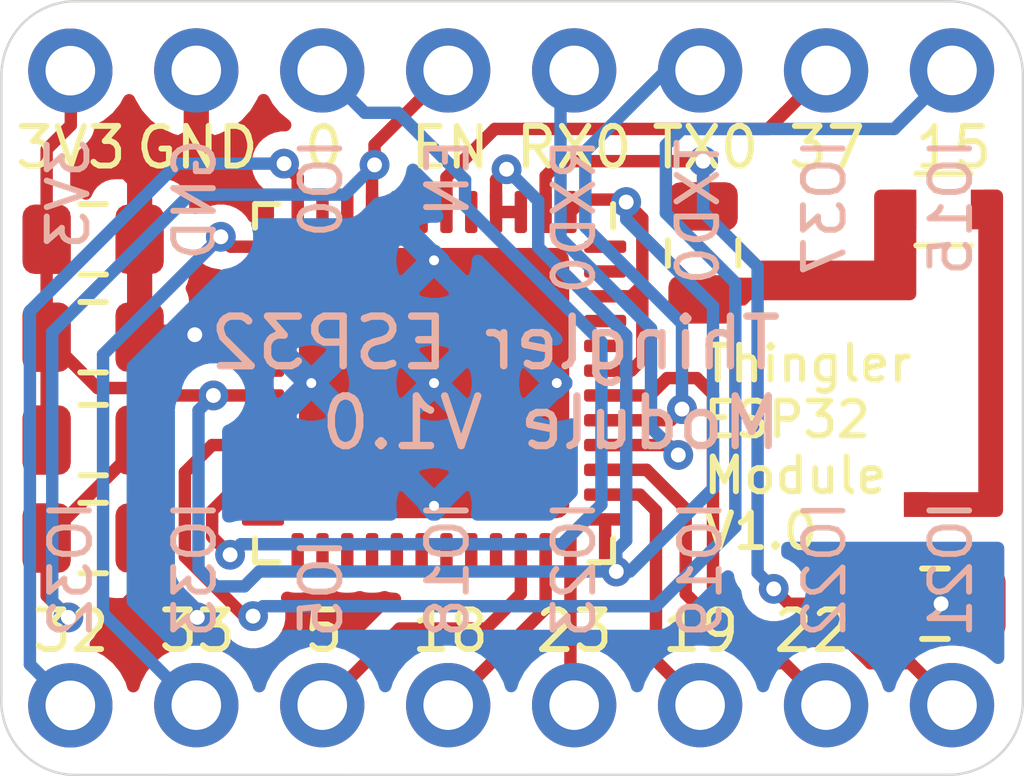
<source format=kicad_pcb>
(kicad_pcb (version 20171130) (host pcbnew "(5.1.4-0-10_14)")

  (general
    (thickness 1.6)
    (drawings 41)
    (tracks 190)
    (zones 0)
    (modules 11)
    (nets 20)
  )

  (page A4)
  (layers
    (0 F.Cu signal)
    (31 B.Cu signal)
    (32 B.Adhes user)
    (33 F.Adhes user)
    (34 B.Paste user)
    (35 F.Paste user)
    (36 B.SilkS user)
    (37 F.SilkS user)
    (38 B.Mask user)
    (39 F.Mask user)
    (40 Dwgs.User user)
    (41 Cmts.User user)
    (42 Eco1.User user)
    (43 Eco2.User user)
    (44 Edge.Cuts user)
    (45 Margin user)
    (46 B.CrtYd user)
    (47 F.CrtYd user)
    (48 B.Fab user hide)
    (49 F.Fab user hide)
  )

  (setup
    (last_trace_width 0.25)
    (trace_clearance 0.2)
    (zone_clearance 0.35)
    (zone_45_only no)
    (trace_min 0.2)
    (via_size 0.6)
    (via_drill 0.3)
    (via_min_size 0.4)
    (via_min_drill 0.3)
    (uvia_size 0.3)
    (uvia_drill 0.1)
    (uvias_allowed no)
    (uvia_min_size 0.2)
    (uvia_min_drill 0.1)
    (edge_width 0.05)
    (segment_width 0.2)
    (pcb_text_width 0.3)
    (pcb_text_size 1.5 1.5)
    (mod_edge_width 0.12)
    (mod_text_size 1 1)
    (mod_text_width 0.15)
    (pad_size 1.524 1.524)
    (pad_drill 0.762)
    (pad_to_mask_clearance 0.051)
    (solder_mask_min_width 0.25)
    (aux_axis_origin 0 0)
    (visible_elements FFFFFF7F)
    (pcbplotparams
      (layerselection 0x010fc_ffffffff)
      (usegerberextensions false)
      (usegerberattributes false)
      (usegerberadvancedattributes false)
      (creategerberjobfile false)
      (excludeedgelayer true)
      (linewidth 0.100000)
      (plotframeref false)
      (viasonmask false)
      (mode 1)
      (useauxorigin false)
      (hpglpennumber 1)
      (hpglpenspeed 20)
      (hpglpendiameter 15.000000)
      (psnegative false)
      (psa4output false)
      (plotreference true)
      (plotvalue true)
      (plotinvisibletext false)
      (padsonsilk false)
      (subtractmaskfromsilk false)
      (outputformat 1)
      (mirror false)
      (drillshape 0)
      (scaleselection 1)
      (outputdirectory "Gerbers/"))
  )

  (net 0 "")
  (net 1 "Net-(AE1-Pad2)")
  (net 2 "Net-(AE1-Pad1)")
  (net 3 Earth)
  (net 4 +3V3)
  (net 5 "Net-(C3-Pad1)")
  (net 6 /EN)
  (net 7 /IO15)
  (net 8 /IO0)
  (net 9 /RXD0)
  (net 10 /TXD0)
  (net 11 /IO21)
  (net 12 /IO22)
  (net 13 /IO23)
  (net 14 /IO19)
  (net 15 /IO18)
  (net 16 /IO5)
  (net 17 /IO33)
  (net 18 /IO32)
  (net 19 /CAPP)

  (net_class Default "This is the default net class."
    (clearance 0.2)
    (trace_width 0.25)
    (via_dia 0.6)
    (via_drill 0.3)
    (uvia_dia 0.3)
    (uvia_drill 0.1)
    (add_net +3V3)
    (add_net /CAPP)
    (add_net /EN)
    (add_net /IO0)
    (add_net /IO15)
    (add_net /IO18)
    (add_net /IO19)
    (add_net /IO21)
    (add_net /IO22)
    (add_net /IO23)
    (add_net /IO32)
    (add_net /IO33)
    (add_net /IO5)
    (add_net /RXD0)
    (add_net /TXD0)
    (add_net Earth)
    (add_net "Net-(AE1-Pad1)")
    (add_net "Net-(AE1-Pad2)")
    (add_net "Net-(C3-Pad1)")
  )

  (module Inductor_SMD:L_0805_2012Metric (layer F.Cu) (tedit 5B36C52B) (tstamp 5E58D0F3)
    (at 127.225 112.55)
    (descr "Inductor SMD 0805 (2012 Metric), square (rectangular) end terminal, IPC_7351 nominal, (Body size source: https://docs.google.com/spreadsheets/d/1BsfQQcO9C6DZCsRaXUlFlo91Tg2WpOkGARC1WS5S8t0/edit?usp=sharing), generated with kicad-footprint-generator")
    (tags inductor)
    (path /5E3898E1)
    (attr smd)
    (fp_text reference L1 (at 0 -1.65) (layer F.SilkS) hide
      (effects (font (size 1 1) (thickness 0.15)))
    )
    (fp_text value 1.5n (at 0 1.65) (layer F.Fab) hide
      (effects (font (size 1 1) (thickness 0.15)))
    )
    (fp_line (start -1 0.6) (end -1 -0.6) (layer F.Fab) (width 0.1))
    (fp_line (start -1 -0.6) (end 1 -0.6) (layer F.Fab) (width 0.1))
    (fp_line (start 1 -0.6) (end 1 0.6) (layer F.Fab) (width 0.1))
    (fp_line (start 1 0.6) (end -1 0.6) (layer F.Fab) (width 0.1))
    (fp_line (start -0.258578 -0.71) (end 0.258578 -0.71) (layer F.SilkS) (width 0.12))
    (fp_line (start -0.258578 0.71) (end 0.258578 0.71) (layer F.SilkS) (width 0.12))
    (fp_line (start -1.68 0.95) (end -1.68 -0.95) (layer F.CrtYd) (width 0.05))
    (fp_line (start -1.68 -0.95) (end 1.68 -0.95) (layer F.CrtYd) (width 0.05))
    (fp_line (start 1.68 -0.95) (end 1.68 0.95) (layer F.CrtYd) (width 0.05))
    (fp_line (start 1.68 0.95) (end -1.68 0.95) (layer F.CrtYd) (width 0.05))
    (fp_text user %R (at 0 0) (layer F.Fab) hide
      (effects (font (size 0.5 0.5) (thickness 0.08)))
    )
    (pad 1 smd roundrect (at -0.9375 0) (size 0.975 1.4) (layers F.Cu F.Paste F.Mask) (roundrect_rratio 0.25)
      (net 5 "Net-(C3-Pad1)"))
    (pad 2 smd roundrect (at 0.9375 0) (size 0.975 1.4) (layers F.Cu F.Paste F.Mask) (roundrect_rratio 0.25)
      (net 3 Earth))
    (model ${KISYS3DMOD}/Inductor_SMD.3dshapes/L_0805_2012Metric.wrl
      (at (xyz 0 0 0))
      (scale (xyz 1 1 1))
      (rotate (xyz 0 0 0))
    )
  )

  (module Capacitor_SMD:C_0805_2012Metric (layer F.Cu) (tedit 5B36C52B) (tstamp 5E58ADC9)
    (at 110.25 111.225)
    (descr "Capacitor SMD 0805 (2012 Metric), square (rectangular) end terminal, IPC_7351 nominal, (Body size source: https://docs.google.com/spreadsheets/d/1BsfQQcO9C6DZCsRaXUlFlo91Tg2WpOkGARC1WS5S8t0/edit?usp=sharing), generated with kicad-footprint-generator")
    (tags capacitor)
    (path /5E3D52F8)
    (attr smd)
    (fp_text reference C4 (at 0 -1.65) (layer F.SilkS) hide
      (effects (font (size 1 1) (thickness 0.15)))
    )
    (fp_text value 100n (at 0 1.65) (layer F.Fab) hide
      (effects (font (size 1 1) (thickness 0.15)))
    )
    (fp_text user %R (at 0 0) (layer F.Fab) hide
      (effects (font (size 0.5 0.5) (thickness 0.08)))
    )
    (fp_line (start 1.68 0.95) (end -1.68 0.95) (layer F.CrtYd) (width 0.05))
    (fp_line (start 1.68 -0.95) (end 1.68 0.95) (layer F.CrtYd) (width 0.05))
    (fp_line (start -1.68 -0.95) (end 1.68 -0.95) (layer F.CrtYd) (width 0.05))
    (fp_line (start -1.68 0.95) (end -1.68 -0.95) (layer F.CrtYd) (width 0.05))
    (fp_line (start -0.258578 0.71) (end 0.258578 0.71) (layer F.SilkS) (width 0.12))
    (fp_line (start -0.258578 -0.71) (end 0.258578 -0.71) (layer F.SilkS) (width 0.12))
    (fp_line (start 1 0.6) (end -1 0.6) (layer F.Fab) (width 0.1))
    (fp_line (start 1 -0.6) (end 1 0.6) (layer F.Fab) (width 0.1))
    (fp_line (start -1 -0.6) (end 1 -0.6) (layer F.Fab) (width 0.1))
    (fp_line (start -1 0.6) (end -1 -0.6) (layer F.Fab) (width 0.1))
    (pad 2 smd roundrect (at 0.9375 0) (size 0.975 1.4) (layers F.Cu F.Paste F.Mask) (roundrect_rratio 0.25)
      (net 3 Earth))
    (pad 1 smd roundrect (at -0.9375 0) (size 0.975 1.4) (layers F.Cu F.Paste F.Mask) (roundrect_rratio 0.25)
      (net 6 /EN))
    (model ${KISYS3DMOD}/Capacitor_SMD.3dshapes/C_0805_2012Metric.wrl
      (at (xyz 0 0 0))
      (scale (xyz 1 1 1))
      (rotate (xyz 0 0 0))
    )
  )

  (module Resistor_SMD:R_0805_2012Metric (layer F.Cu) (tedit 5B36C52B) (tstamp 5E58104C)
    (at 110.25 109.25)
    (descr "Resistor SMD 0805 (2012 Metric), square (rectangular) end terminal, IPC_7351 nominal, (Body size source: https://docs.google.com/spreadsheets/d/1BsfQQcO9C6DZCsRaXUlFlo91Tg2WpOkGARC1WS5S8t0/edit?usp=sharing), generated with kicad-footprint-generator")
    (tags resistor)
    (path /5E3D3C0F)
    (attr smd)
    (fp_text reference R1 (at 0 -1.65) (layer F.SilkS) hide
      (effects (font (size 1 1) (thickness 0.15)))
    )
    (fp_text value 10k (at 0 1.65) (layer F.Fab) hide
      (effects (font (size 1 1) (thickness 0.15)))
    )
    (fp_line (start -1 0.6) (end -1 -0.6) (layer F.Fab) (width 0.1))
    (fp_line (start -1 -0.6) (end 1 -0.6) (layer F.Fab) (width 0.1))
    (fp_line (start 1 -0.6) (end 1 0.6) (layer F.Fab) (width 0.1))
    (fp_line (start 1 0.6) (end -1 0.6) (layer F.Fab) (width 0.1))
    (fp_line (start -0.258578 -0.71) (end 0.258578 -0.71) (layer F.SilkS) (width 0.12))
    (fp_line (start -0.258578 0.71) (end 0.258578 0.71) (layer F.SilkS) (width 0.12))
    (fp_line (start -1.68 0.95) (end -1.68 -0.95) (layer F.CrtYd) (width 0.05))
    (fp_line (start -1.68 -0.95) (end 1.68 -0.95) (layer F.CrtYd) (width 0.05))
    (fp_line (start 1.68 -0.95) (end 1.68 0.95) (layer F.CrtYd) (width 0.05))
    (fp_line (start 1.68 0.95) (end -1.68 0.95) (layer F.CrtYd) (width 0.05))
    (fp_text user %R (at 0 0) (layer F.Fab) hide
      (effects (font (size 0.5 0.5) (thickness 0.08)))
    )
    (pad 1 smd roundrect (at -0.9375 0) (size 0.975 1.4) (layers F.Cu F.Paste F.Mask) (roundrect_rratio 0.25)
      (net 4 +3V3))
    (pad 2 smd roundrect (at 0.9375 0) (size 0.975 1.4) (layers F.Cu F.Paste F.Mask) (roundrect_rratio 0.25)
      (net 6 /EN))
    (model ${KISYS3DMOD}/Resistor_SMD.3dshapes/R_0805_2012Metric.wrl
      (at (xyz 0 0 0))
      (scale (xyz 1 1 1))
      (rotate (xyz 0 0 0))
    )
  )

  (module Capacitor_SMD:C_0805_2012Metric (layer F.Cu) (tedit 5B36C52B) (tstamp 5E586FBC)
    (at 110.25 105.2)
    (descr "Capacitor SMD 0805 (2012 Metric), square (rectangular) end terminal, IPC_7351 nominal, (Body size source: https://docs.google.com/spreadsheets/d/1BsfQQcO9C6DZCsRaXUlFlo91Tg2WpOkGARC1WS5S8t0/edit?usp=sharing), generated with kicad-footprint-generator")
    (tags capacitor)
    (path /5E3F6070)
    (attr smd)
    (fp_text reference C1 (at 0 -1.65) (layer F.SilkS) hide
      (effects (font (size 1 1) (thickness 0.15)))
    )
    (fp_text value 10u (at 0 1.65) (layer F.Fab) hide
      (effects (font (size 1 1) (thickness 0.15)))
    )
    (fp_line (start -1 0.6) (end -1 -0.6) (layer F.Fab) (width 0.1))
    (fp_line (start -1 -0.6) (end 1 -0.6) (layer F.Fab) (width 0.1))
    (fp_line (start 1 -0.6) (end 1 0.6) (layer F.Fab) (width 0.1))
    (fp_line (start 1 0.6) (end -1 0.6) (layer F.Fab) (width 0.1))
    (fp_line (start -0.258578 -0.71) (end 0.258578 -0.71) (layer F.SilkS) (width 0.12))
    (fp_line (start -0.258578 0.71) (end 0.258578 0.71) (layer F.SilkS) (width 0.12))
    (fp_line (start -1.68 0.95) (end -1.68 -0.95) (layer F.CrtYd) (width 0.05))
    (fp_line (start -1.68 -0.95) (end 1.68 -0.95) (layer F.CrtYd) (width 0.05))
    (fp_line (start 1.68 -0.95) (end 1.68 0.95) (layer F.CrtYd) (width 0.05))
    (fp_line (start 1.68 0.95) (end -1.68 0.95) (layer F.CrtYd) (width 0.05))
    (fp_text user %R (at 0 0) (layer F.Fab) hide
      (effects (font (size 0.5 0.5) (thickness 0.08)))
    )
    (pad 1 smd roundrect (at -0.9375 0) (size 0.975 1.4) (layers F.Cu F.Paste F.Mask) (roundrect_rratio 0.25)
      (net 4 +3V3))
    (pad 2 smd roundrect (at 0.9375 0) (size 0.975 1.4) (layers F.Cu F.Paste F.Mask) (roundrect_rratio 0.25)
      (net 3 Earth))
    (model ${KISYS3DMOD}/Capacitor_SMD.3dshapes/C_0805_2012Metric.wrl
      (at (xyz 0 0 0))
      (scale (xyz 1 1 1))
      (rotate (xyz 0 0 0))
    )
  )

  (module Capacitor_SMD:C_0805_2012Metric (layer F.Cu) (tedit 5B36C52B) (tstamp 5E58AD07)
    (at 110.25 107.175)
    (descr "Capacitor SMD 0805 (2012 Metric), square (rectangular) end terminal, IPC_7351 nominal, (Body size source: https://docs.google.com/spreadsheets/d/1BsfQQcO9C6DZCsRaXUlFlo91Tg2WpOkGARC1WS5S8t0/edit?usp=sharing), generated with kicad-footprint-generator")
    (tags capacitor)
    (path /5E389384)
    (attr smd)
    (fp_text reference C2 (at 0 -1.65) (layer F.SilkS) hide
      (effects (font (size 1 1) (thickness 0.15)))
    )
    (fp_text value 100n (at 0 1.65) (layer F.Fab) hide
      (effects (font (size 1 1) (thickness 0.15)))
    )
    (fp_line (start -1 0.6) (end -1 -0.6) (layer F.Fab) (width 0.1))
    (fp_line (start -1 -0.6) (end 1 -0.6) (layer F.Fab) (width 0.1))
    (fp_line (start 1 -0.6) (end 1 0.6) (layer F.Fab) (width 0.1))
    (fp_line (start 1 0.6) (end -1 0.6) (layer F.Fab) (width 0.1))
    (fp_line (start -0.258578 -0.71) (end 0.258578 -0.71) (layer F.SilkS) (width 0.12))
    (fp_line (start -0.258578 0.71) (end 0.258578 0.71) (layer F.SilkS) (width 0.12))
    (fp_line (start -1.68 0.95) (end -1.68 -0.95) (layer F.CrtYd) (width 0.05))
    (fp_line (start -1.68 -0.95) (end 1.68 -0.95) (layer F.CrtYd) (width 0.05))
    (fp_line (start 1.68 -0.95) (end 1.68 0.95) (layer F.CrtYd) (width 0.05))
    (fp_line (start 1.68 0.95) (end -1.68 0.95) (layer F.CrtYd) (width 0.05))
    (fp_text user %R (at 0 0) (layer F.Fab) hide
      (effects (font (size 0.5 0.5) (thickness 0.08)))
    )
    (pad 1 smd roundrect (at -0.9375 0) (size 0.975 1.4) (layers F.Cu F.Paste F.Mask) (roundrect_rratio 0.25)
      (net 4 +3V3))
    (pad 2 smd roundrect (at 0.9375 0) (size 0.975 1.4) (layers F.Cu F.Paste F.Mask) (roundrect_rratio 0.25)
      (net 3 Earth))
    (model ${KISYS3DMOD}/Capacitor_SMD.3dshapes/C_0805_2012Metric.wrl
      (at (xyz 0 0 0))
      (scale (xyz 1 1 1))
      (rotate (xyz 0 0 0))
    )
  )

  (module esp32-pico-d4-module:QFN-48 (layer F.Cu) (tedit 5E3DD922) (tstamp 5E584EAB)
    (at 117.1 108.35 270)
    (path /5E39E744)
    (fp_text reference U1 (at -0.075 -4.85 90) (layer F.SilkS) hide
      (effects (font (size 1 1) (thickness 0.15)))
    )
    (fp_text value ESP32_PICO-D4 (at 0.025 4.825 90) (layer F.Fab) hide
      (effects (font (size 1 1) (thickness 0.15)))
    )
    (fp_text user %R (at -0.25 -0.025 90) (layer F.Fab) hide
      (effects (font (size 1 1) (thickness 0.15)))
    )
    (fp_line (start 3.36 -3.635) (end 3.36 -3.16) (layer F.SilkS) (width 0.12))
    (fp_line (start 2.885 -3.635) (end 3.36 -3.635) (layer F.SilkS) (width 0.12))
    (fp_line (start -3.385 3.585) (end -3.86 3.585) (layer F.SilkS) (width 0.12))
    (fp_line (start -3.86 3.585) (end -3.86 3.11) (layer F.SilkS) (width 0.12))
    (fp_line (start 2.885 3.585) (end 3.36 3.585) (layer F.SilkS) (width 0.12))
    (fp_line (start 3.36 3.585) (end 3.36 3.11) (layer F.SilkS) (width 0.12))
    (fp_line (start -3.385 -3.635) (end -3.86 -3.635) (layer F.SilkS) (width 0.12))
    (fp_line (start -2.75 -3.525) (end 3.25 -3.525) (layer F.Fab) (width 0.1))
    (fp_line (start 3.25 -3.525) (end 3.25 3.475) (layer F.Fab) (width 0.1))
    (fp_line (start 3.25 3.475) (end -3.75 3.475) (layer F.Fab) (width 0.1))
    (fp_line (start -3.75 3.475) (end -3.75 -2.525) (layer F.Fab) (width 0.1))
    (fp_line (start -3.75 -2.525) (end -2.75 -3.525) (layer F.Fab) (width 0.1))
    (fp_line (start -4.37 -4.145) (end -4.37 4.095) (layer F.CrtYd) (width 0.05))
    (fp_line (start -4.37 4.095) (end 3.87 4.095) (layer F.CrtYd) (width 0.05))
    (fp_line (start 3.87 4.095) (end 3.87 -4.145) (layer F.CrtYd) (width 0.05))
    (fp_line (start 3.87 -4.145) (end -4.37 -4.145) (layer F.CrtYd) (width 0.05))
    (pad 49 thru_hole circle (at -0.25 -0.025 270) (size 0.5 0.5) (drill 0.2) (layers *.Cu)
      (net 3 Earth))
    (pad 49 thru_hole circle (at -0.25 2.45 270) (size 0.5 0.5) (drill 0.2) (layers *.Cu)
      (net 3 Earth))
    (pad "" smd roundrect (at -2.10625 -1.88125 270) (size 1.098483 1.098483) (layers F.Paste) (roundrect_rratio 0.227587))
    (pad 49 smd roundrect (at -0.25 -0.025 270) (size 5.45 5.45) (layers F.Cu F.Mask) (roundrect_rratio 0.045872)
      (net 3 Earth))
    (pad "" smd roundrect (at -2.10625 -0.64375 270) (size 1.098483 1.098483) (layers F.Paste) (roundrect_rratio 0.227587))
    (pad "" smd roundrect (at -2.10625 0.59375 270) (size 1.098483 1.098483) (layers F.Paste) (roundrect_rratio 0.227587))
    (pad "" smd roundrect (at -2.10625 1.83125 270) (size 1.098483 1.098483) (layers F.Paste) (roundrect_rratio 0.227587))
    (pad "" smd roundrect (at -0.86875 -1.88125 270) (size 1.098483 1.098483) (layers F.Paste) (roundrect_rratio 0.227587))
    (pad "" smd roundrect (at -0.86875 -0.64375 270) (size 1.098483 1.098483) (layers F.Paste) (roundrect_rratio 0.227587))
    (pad "" smd roundrect (at -0.86875 0.59375 270) (size 1.098483 1.098483) (layers F.Paste) (roundrect_rratio 0.227587))
    (pad "" smd roundrect (at -0.86875 1.83125 270) (size 1.098483 1.098483) (layers F.Paste) (roundrect_rratio 0.227587))
    (pad "" smd roundrect (at 0.36875 -1.88125 270) (size 1.098483 1.098483) (layers F.Paste) (roundrect_rratio 0.227587))
    (pad "" smd roundrect (at 0.36875 -0.64375 270) (size 1.098483 1.098483) (layers F.Paste) (roundrect_rratio 0.227587))
    (pad "" smd roundrect (at 0.36875 0.59375 270) (size 1.098483 1.098483) (layers F.Paste) (roundrect_rratio 0.227587))
    (pad "" smd roundrect (at 0.36875 1.83125 270) (size 1.098483 1.098483) (layers F.Paste) (roundrect_rratio 0.227587))
    (pad "" smd roundrect (at 1.60625 -1.88125 270) (size 1.098483 1.098483) (layers F.Paste) (roundrect_rratio 0.227587))
    (pad "" smd roundrect (at 1.60625 -0.64375 270) (size 1.098483 1.098483) (layers F.Paste) (roundrect_rratio 0.227587))
    (pad "" smd roundrect (at 1.60625 0.59375 270) (size 1.098483 1.098483) (layers F.Paste) (roundrect_rratio 0.227587))
    (pad "" smd roundrect (at 1.60625 1.83125 270) (size 1.098483 1.098483) (layers F.Paste) (roundrect_rratio 0.227587))
    (pad 1 smd roundrect (at -3.7 -2.775 270) (size 0.85 0.25) (layers F.Cu F.Paste F.Mask) (roundrect_rratio 0.25)
      (net 4 +3V3))
    (pad 2 smd roundrect (at -3.7 -2.275 270) (size 0.85 0.25) (layers F.Cu F.Paste F.Mask) (roundrect_rratio 0.25)
      (net 5 "Net-(C3-Pad1)"))
    (pad 3 smd roundrect (at -3.7 -1.775 270) (size 0.85 0.25) (layers F.Cu F.Paste F.Mask) (roundrect_rratio 0.25)
      (net 4 +3V3))
    (pad 4 smd roundrect (at -3.7 -1.275 270) (size 0.85 0.25) (layers F.Cu F.Paste F.Mask) (roundrect_rratio 0.25)
      (net 4 +3V3))
    (pad 5 smd roundrect (at -3.7 -0.775 270) (size 0.85 0.25) (layers F.Cu F.Paste F.Mask) (roundrect_rratio 0.25))
    (pad 6 smd roundrect (at -3.7 -0.275 270) (size 0.85 0.25) (layers F.Cu F.Paste F.Mask) (roundrect_rratio 0.25)
      (net 19 /CAPP))
    (pad 7 smd roundrect (at -3.7 0.225 270) (size 0.85 0.25) (layers F.Cu F.Paste F.Mask) (roundrect_rratio 0.25))
    (pad 8 smd roundrect (at -3.7 0.725 270) (size 0.85 0.25) (layers F.Cu F.Paste F.Mask) (roundrect_rratio 0.25))
    (pad 9 smd roundrect (at -3.7 1.225 270) (size 0.85 0.25) (layers F.Cu F.Paste F.Mask) (roundrect_rratio 0.25)
      (net 6 /EN))
    (pad 10 smd roundrect (at -3.7 1.725 270) (size 0.85 0.25) (layers F.Cu F.Paste F.Mask) (roundrect_rratio 0.25))
    (pad 11 smd roundrect (at -3.7 2.225 270) (size 0.85 0.25) (layers F.Cu F.Paste F.Mask) (roundrect_rratio 0.25))
    (pad 12 smd roundrect (at -3.7 2.725 270) (size 0.85 0.25) (layers F.Cu F.Paste F.Mask) (roundrect_rratio 0.25)
      (net 18 /IO32))
    (pad 13 smd roundrect (at -3 3.425 270) (size 0.25 0.85) (layers F.Cu F.Paste F.Mask) (roundrect_rratio 0.25)
      (net 17 /IO33))
    (pad 14 smd roundrect (at -2.5 3.425 270) (size 0.25 0.85) (layers F.Cu F.Paste F.Mask) (roundrect_rratio 0.25))
    (pad 15 smd roundrect (at -2 3.425 270) (size 0.25 0.85) (layers F.Cu F.Paste F.Mask) (roundrect_rratio 0.25))
    (pad 16 smd roundrect (at -1.5 3.425 270) (size 0.25 0.85) (layers F.Cu F.Paste F.Mask) (roundrect_rratio 0.25))
    (pad 17 smd roundrect (at -1 3.425 270) (size 0.25 0.85) (layers F.Cu F.Paste F.Mask) (roundrect_rratio 0.25))
    (pad 18 smd roundrect (at -0.5 3.425 270) (size 0.25 0.85) (layers F.Cu F.Paste F.Mask) (roundrect_rratio 0.25))
    (pad 19 smd roundrect (at 0 3.425 270) (size 0.25 0.85) (layers F.Cu F.Paste F.Mask) (roundrect_rratio 0.25)
      (net 4 +3V3))
    (pad 20 smd roundrect (at 0.5 3.425 270) (size 0.25 0.85) (layers F.Cu F.Paste F.Mask) (roundrect_rratio 0.25))
    (pad 21 smd roundrect (at 1 3.425 270) (size 0.25 0.85) (layers F.Cu F.Paste F.Mask) (roundrect_rratio 0.25)
      (net 7 /IO15))
    (pad 22 smd roundrect (at 1.5 3.425 270) (size 0.25 0.85) (layers F.Cu F.Paste F.Mask) (roundrect_rratio 0.25))
    (pad 23 smd roundrect (at 2 3.425 270) (size 0.25 0.85) (layers F.Cu F.Paste F.Mask) (roundrect_rratio 0.25)
      (net 8 /IO0))
    (pad 24 smd roundrect (at 2.5 3.425 270) (size 0.25 0.85) (layers F.Cu F.Paste F.Mask) (roundrect_rratio 0.25))
    (pad 25 smd roundrect (at 3.2 2.725 270) (size 0.85 0.25) (layers F.Cu F.Paste F.Mask) (roundrect_rratio 0.25))
    (pad 26 smd roundrect (at 3.2 2.225 270) (size 0.85 0.25) (layers F.Cu F.Paste F.Mask) (roundrect_rratio 0.25))
    (pad 27 smd roundrect (at 3.2 1.725 270) (size 0.85 0.25) (layers F.Cu F.Paste F.Mask) (roundrect_rratio 0.25))
    (pad 28 smd roundrect (at 3.2 1.225 270) (size 0.85 0.25) (layers F.Cu F.Paste F.Mask) (roundrect_rratio 0.25))
    (pad 29 smd roundrect (at 3.2 0.725 270) (size 0.85 0.25) (layers F.Cu F.Paste F.Mask) (roundrect_rratio 0.25))
    (pad 30 smd roundrect (at 3.2 0.225 270) (size 0.85 0.25) (layers F.Cu F.Paste F.Mask) (roundrect_rratio 0.25))
    (pad 31 smd roundrect (at 3.2 -0.275 270) (size 0.85 0.25) (layers F.Cu F.Paste F.Mask) (roundrect_rratio 0.25))
    (pad 32 smd roundrect (at 3.2 -0.775 270) (size 0.85 0.25) (layers F.Cu F.Paste F.Mask) (roundrect_rratio 0.25))
    (pad 33 smd roundrect (at 3.2 -1.275 270) (size 0.85 0.25) (layers F.Cu F.Paste F.Mask) (roundrect_rratio 0.25))
    (pad 34 smd roundrect (at 3.2 -1.775 270) (size 0.85 0.25) (layers F.Cu F.Paste F.Mask) (roundrect_rratio 0.25)
      (net 16 /IO5))
    (pad 35 smd roundrect (at 3.2 -2.275 270) (size 0.85 0.25) (layers F.Cu F.Paste F.Mask) (roundrect_rratio 0.25)
      (net 15 /IO18))
    (pad 36 smd roundrect (at 3.2 -2.775 270) (size 0.85 0.25) (layers F.Cu F.Paste F.Mask) (roundrect_rratio 0.25)
      (net 13 /IO23))
    (pad 37 smd roundrect (at 2.5 -3.475 270) (size 0.25 0.85) (layers F.Cu F.Paste F.Mask) (roundrect_rratio 0.25)
      (net 4 +3V3))
    (pad 38 smd roundrect (at 2 -3.475 270) (size 0.25 0.85) (layers F.Cu F.Paste F.Mask) (roundrect_rratio 0.25)
      (net 14 /IO19))
    (pad 39 smd roundrect (at 1.5 -3.475 270) (size 0.25 0.85) (layers F.Cu F.Paste F.Mask) (roundrect_rratio 0.25)
      (net 12 /IO22))
    (pad 40 smd roundrect (at 1 -3.475 270) (size 0.25 0.85) (layers F.Cu F.Paste F.Mask) (roundrect_rratio 0.25)
      (net 9 /RXD0))
    (pad 41 smd roundrect (at 0.5 -3.475 270) (size 0.25 0.85) (layers F.Cu F.Paste F.Mask) (roundrect_rratio 0.25)
      (net 10 /TXD0))
    (pad 42 smd roundrect (at 0 -3.475 270) (size 0.25 0.85) (layers F.Cu F.Paste F.Mask) (roundrect_rratio 0.25)
      (net 11 /IO21))
    (pad 43 smd roundrect (at -0.5 -3.475 270) (size 0.25 0.85) (layers F.Cu F.Paste F.Mask) (roundrect_rratio 0.25)
      (net 4 +3V3))
    (pad 44 smd roundrect (at -1 -3.475 270) (size 0.25 0.85) (layers F.Cu F.Paste F.Mask) (roundrect_rratio 0.25))
    (pad 45 smd roundrect (at -1.5 -3.475 270) (size 0.25 0.85) (layers F.Cu F.Paste F.Mask) (roundrect_rratio 0.25))
    (pad 46 smd roundrect (at -2 -3.475 270) (size 0.25 0.85) (layers F.Cu F.Paste F.Mask) (roundrect_rratio 0.25)
      (net 4 +3V3))
    (pad 47 smd roundrect (at -2.5 -3.475 270) (size 0.25 0.85) (layers F.Cu F.Paste F.Mask) (roundrect_rratio 0.25))
    (pad 48 smd roundrect (at -3 -3.475 270) (size 0.25 0.85) (layers F.Cu F.Paste F.Mask) (roundrect_rratio 0.25))
    (pad 49 thru_hole circle (at -0.25 -2.5 270) (size 0.5 0.5) (drill 0.2) (layers *.Cu)
      (net 3 Earth))
    (pad 49 thru_hole circle (at 2.225 -0.025 270) (size 0.5 0.5) (drill 0.2) (layers *.Cu)
      (net 3 Earth))
    (pad 49 thru_hole circle (at -2.725 -0.025 270) (size 0.5 0.5) (drill 0.2) (layers *.Cu)
      (net 3 Earth))
  )

  (module Capacitor_SMD:C_0805_2012Metric (layer F.Cu) (tedit 5B36C52B) (tstamp 5E59CBBF)
    (at 122.55 105.475 270)
    (descr "Capacitor SMD 0805 (2012 Metric), square (rectangular) end terminal, IPC_7351 nominal, (Body size source: https://docs.google.com/spreadsheets/d/1BsfQQcO9C6DZCsRaXUlFlo91Tg2WpOkGARC1WS5S8t0/edit?usp=sharing), generated with kicad-footprint-generator")
    (tags capacitor)
    (path /5E3E04A1)
    (attr smd)
    (fp_text reference C3 (at 0 -1.65 90) (layer F.SilkS) hide
      (effects (font (size 1 1) (thickness 0.15)))
    )
    (fp_text value 8.2p (at 0 1.65 90) (layer F.Fab) hide
      (effects (font (size 1 1) (thickness 0.15)))
    )
    (fp_line (start -1 0.6) (end -1 -0.6) (layer F.Fab) (width 0.1))
    (fp_line (start -1 -0.6) (end 1 -0.6) (layer F.Fab) (width 0.1))
    (fp_line (start 1 -0.6) (end 1 0.6) (layer F.Fab) (width 0.1))
    (fp_line (start 1 0.6) (end -1 0.6) (layer F.Fab) (width 0.1))
    (fp_line (start -0.258578 -0.71) (end 0.258578 -0.71) (layer F.SilkS) (width 0.12))
    (fp_line (start -0.258578 0.71) (end 0.258578 0.71) (layer F.SilkS) (width 0.12))
    (fp_line (start -1.68 0.95) (end -1.68 -0.95) (layer F.CrtYd) (width 0.05))
    (fp_line (start -1.68 -0.95) (end 1.68 -0.95) (layer F.CrtYd) (width 0.05))
    (fp_line (start 1.68 -0.95) (end 1.68 0.95) (layer F.CrtYd) (width 0.05))
    (fp_line (start 1.68 0.95) (end -1.68 0.95) (layer F.CrtYd) (width 0.05))
    (fp_text user %R (at 0 0 90) (layer F.Fab) hide
      (effects (font (size 0.5 0.5) (thickness 0.08)))
    )
    (pad 1 smd roundrect (at -0.9375 0 270) (size 0.975 1.4) (layers F.Cu F.Paste F.Mask) (roundrect_rratio 0.25)
      (net 5 "Net-(C3-Pad1)"))
    (pad 2 smd roundrect (at 0.9375 0 270) (size 0.975 1.4) (layers F.Cu F.Paste F.Mask) (roundrect_rratio 0.25)
      (net 2 "Net-(AE1-Pad1)"))
    (model ${KISYS3DMOD}/Capacitor_SMD.3dshapes/C_0805_2012Metric.wrl
      (at (xyz 0 0 0))
      (scale (xyz 1 1 1))
      (rotate (xyz 0 0 0))
    )
  )

  (module "esp32-pico-d4-module:wifi antenna" (layer F.Cu) (tedit 5E39D8CF) (tstamp 5E59CABB)
    (at 127.4 104.6)
    (path /5E3A84A8)
    (fp_text reference AE1 (at 0 1.875) (layer F.SilkS) hide
      (effects (font (size 1 1) (thickness 0.15)))
    )
    (fp_text value Antenna_Chip (at 0 -1.825) (layer F.Fab) hide
      (effects (font (size 1 1) (thickness 0.15)))
    )
    (fp_line (start -0.55 -0.725) (end 0.55 -0.725) (layer F.SilkS) (width 0.12))
    (fp_line (start 0.55 0.725) (end -0.55 0.725) (layer F.SilkS) (width 0.12))
    (fp_line (start 1.6 0.9) (end 1.6 -0.9) (layer F.CrtYd) (width 0.05))
    (fp_line (start 1.6 -0.9) (end -1.6 -0.9) (layer F.CrtYd) (width 0.05))
    (fp_line (start -1.6 -0.9) (end -1.6 0.9) (layer F.CrtYd) (width 0.05))
    (fp_line (start -1.6 0.9) (end 1.6 0.9) (layer F.CrtYd) (width 0.05))
    (pad 2 smd rect (at 0.825 0) (size 0.55 0.8) (layers F.Cu F.Paste F.Mask)
      (net 1 "Net-(AE1-Pad2)"))
    (pad 1 smd rect (at -0.825 0) (size 0.55 0.8) (layers F.Cu F.Paste F.Mask)
      (net 2 "Net-(AE1-Pad1)"))
  )

  (module esp32-pico-d4-module:AntennaTrace (layer F.Cu) (tedit 5E3EAB2D) (tstamp 5E59CAA8)
    (at 126.85 110.55)
    (path /5E55AAC4)
    (fp_text reference U2 (at 0 2.3) (layer F.SilkS) hide
      (effects (font (size 1 1) (thickness 0.15)))
    )
    (fp_text value Trace (at 0 -1.975) (layer F.Fab) hide
      (effects (font (size 1 1) (thickness 0.15)))
    )
    (pad 1 smd rect (at 0 0) (size 0.5 0.5) (layers F.Cu)
      (net 1 "Net-(AE1-Pad2)"))
  )

  (module esp32-pico-d4-module:PinHeader_1x08 (layer B.Cu) (tedit 5E596CDC) (tstamp 5E59C913)
    (at 109.8 101.8 270)
    (path /5E3A35A7)
    (fp_text reference J1 (at 0.02 1.86 90) (layer B.SilkS) hide
      (effects (font (size 1 1) (thickness 0.15)) (justify mirror))
    )
    (fp_text value Conn_01x08_Male (at -0.03 -19.64 90) (layer B.Fab)
      (effects (font (size 1 1) (thickness 0.15)) (justify mirror))
    )
    (pad 4 thru_hole oval (at -0.005 -7.61 270) (size 1.7 1.7) (drill 1) (layers *.Cu *.Mask)
      (net 6 /EN))
    (pad 7 thru_hole oval (at -0.005 -15.23 270) (size 1.7 1.7) (drill 1) (layers *.Cu *.Mask)
      (net 19 /CAPP))
    (pad 6 thru_hole oval (at -0.005 -12.69 270) (size 1.7 1.7) (drill 1) (layers *.Cu *.Mask)
      (net 10 /TXD0))
    (pad 8 thru_hole oval (at -0.005 -17.77 270) (size 1.7 1.7) (drill 1) (layers *.Cu *.Mask)
      (net 7 /IO15))
    (pad 3 thru_hole oval (at -0.005 -5.07 270) (size 1.7 1.7) (drill 1) (layers *.Cu *.Mask)
      (net 8 /IO0))
    (pad 5 thru_hole oval (at -0.005 -10.15 270) (size 1.7 1.7) (drill 1) (layers *.Cu *.Mask)
      (net 9 /RXD0))
    (pad 2 thru_hole oval (at -0.005 -2.53 270) (size 1.7 1.7) (drill 1) (layers *.Cu *.Mask)
      (net 3 Earth))
    (pad 1 thru_hole oval (at 0 0.01 270) (size 1.7 1.7) (drill 1) (layers *.Cu *.Mask)
      (net 4 +3V3))
  )

  (module esp32-pico-d4-module:PinHeader_1x08 (layer B.Cu) (tedit 5E596CDC) (tstamp 5E59C91E)
    (at 109.8 114.6 270)
    (path /5E3B1ABD)
    (fp_text reference J2 (at 0.02 1.86 90) (layer B.SilkS) hide
      (effects (font (size 1 1) (thickness 0.15)) (justify mirror))
    )
    (fp_text value Conn_01x08_Male (at -0.03 -19.64 90) (layer B.Fab)
      (effects (font (size 1 1) (thickness 0.15)) (justify mirror))
    )
    (pad 1 thru_hole oval (at 0 0.01 270) (size 1.7 1.7) (drill 1) (layers *.Cu *.Mask)
      (net 18 /IO32))
    (pad 2 thru_hole oval (at -0.005 -2.53 270) (size 1.7 1.7) (drill 1) (layers *.Cu *.Mask)
      (net 17 /IO33))
    (pad 5 thru_hole oval (at -0.005 -10.15 270) (size 1.7 1.7) (drill 1) (layers *.Cu *.Mask)
      (net 13 /IO23))
    (pad 3 thru_hole oval (at -0.005 -5.07 270) (size 1.7 1.7) (drill 1) (layers *.Cu *.Mask)
      (net 16 /IO5))
    (pad 8 thru_hole oval (at -0.005 -17.77 270) (size 1.7 1.7) (drill 1) (layers *.Cu *.Mask)
      (net 11 /IO21))
    (pad 6 thru_hole oval (at -0.005 -12.69 270) (size 1.7 1.7) (drill 1) (layers *.Cu *.Mask)
      (net 14 /IO19))
    (pad 7 thru_hole oval (at -0.005 -15.23 270) (size 1.7 1.7) (drill 1) (layers *.Cu *.Mask)
      (net 12 /IO22))
    (pad 4 thru_hole oval (at -0.005 -7.61 270) (size 1.7 1.7) (drill 1) (layers *.Cu *.Mask)
      (net 15 /IO18))
  )

  (gr_text "Thingler\nESP32\nModule\nV1.0" (at 122.5 109.4) (layer F.SilkS)
    (effects (font (size 0.7 0.7) (thickness 0.12)) (justify left))
  )
  (gr_text 22 (at 124.75 113.1) (layer F.SilkS) (tstamp 5E66A0E1)
    (effects (font (size 0.8 0.8) (thickness 0.12)))
  )
  (gr_text "Thingler ESP32\nModule V1.0" (at 124.2 108.1) (layer B.SilkS)
    (effects (font (size 1 1) (thickness 0.15)) (justify left mirror))
  )
  (gr_text IO21 (at 127.55 113.3 90) (layer B.SilkS)
    (effects (font (size 0.8 0.8) (thickness 0.12)) (justify right mirror))
  )
  (gr_text IO22 (at 125 113.3 90) (layer B.SilkS)
    (effects (font (size 0.8 0.8) (thickness 0.112)) (justify right mirror))
  )
  (gr_text IO19 (at 122.5 113.3 90) (layer B.SilkS)
    (effects (font (size 0.8 0.8) (thickness 0.12)) (justify right mirror))
  )
  (gr_text IO23 (at 119.95 113.3 90) (layer B.SilkS)
    (effects (font (size 0.8 0.8) (thickness 0.12)) (justify right mirror))
  )
  (gr_text IO18 (at 117.4 113.3 90) (layer B.SilkS)
    (effects (font (size 0.8 0.8) (thickness 0.12)) (justify right mirror))
  )
  (gr_text IO5 (at 114.85 113.3 90) (layer B.SilkS)
    (effects (font (size 0.8 0.8) (thickness 0.12)) (justify right mirror))
  )
  (gr_text IO33 (at 112.3 113.3 90) (layer B.SilkS)
    (effects (font (size 0.8 0.8) (thickness 0.12)) (justify right mirror))
  )
  (gr_text IO32 (at 109.8 113.3 90) (layer B.SilkS)
    (effects (font (size 0.8 0.8) (thickness 0.12)) (justify right mirror))
  )
  (gr_text 3V3 (at 109.75 103.1 90) (layer B.SilkS) (tstamp 5E810656)
    (effects (font (size 0.8 0.8) (thickness 0.12)) (justify left mirror))
  )
  (gr_text GND (at 112.3 103.1 90) (layer B.SilkS)
    (effects (font (size 0.8 0.8) (thickness 0.12)) (justify left mirror))
  )
  (gr_text IO0 (at 114.85 103.1 90) (layer B.SilkS)
    (effects (font (size 0.8 0.8) (thickness 0.12)) (justify left mirror))
  )
  (gr_text EN (at 117.4 103.1 90) (layer B.SilkS)
    (effects (font (size 0.8 0.8) (thickness 0.12)) (justify left mirror))
  )
  (gr_text RXD0 (at 119.95 103.1 90) (layer B.SilkS)
    (effects (font (size 0.8 0.8) (thickness 0.12)) (justify left mirror))
  )
  (gr_text TXD0 (at 122.45 103.1 90) (layer B.SilkS) (tstamp 5E66A978)
    (effects (font (size 0.8 0.8) (thickness 0.12)) (justify left mirror))
  )
  (gr_text IO37 (at 125 103.1 90) (layer B.SilkS)
    (effects (font (size 0.8 0.8) (thickness 0.12)) (justify left mirror))
  )
  (gr_text IO15 (at 127.55 103.1 90) (layer B.SilkS)
    (effects (font (size 0.8 0.8) (thickness 0.12)) (justify left mirror))
  )
  (gr_text 15 (at 127.6 103.35) (layer F.SilkS)
    (effects (font (size 0.8 0.8) (thickness 0.12)))
  )
  (gr_text 37 (at 125.05 103.35) (layer F.SilkS)
    (effects (font (size 0.8 0.8) (thickness 0.12)))
  )
  (gr_text TX0 (at 122.6 103.35) (layer F.SilkS)
    (effects (font (size 0.8 0.8) (thickness 0.12)))
  )
  (gr_text RX0 (at 119.95 103.35) (layer F.SilkS)
    (effects (font (size 0.8 0.8) (thickness 0.12)))
  )
  (gr_text EN (at 117.45 103.35) (layer F.SilkS)
    (effects (font (size 0.8 0.8) (thickness 0.12)))
  )
  (gr_text 0 (at 114.9 103.35) (layer F.SilkS)
    (effects (font (size 0.8 0.8) (thickness 0.12)))
  )
  (gr_text GND (at 112.35 103.35) (layer F.SilkS)
    (effects (font (size 0.8 0.8) (thickness 0.12)))
  )
  (gr_text 3V3 (at 109.8 103.35) (layer F.SilkS)
    (effects (font (size 0.8 0.8) (thickness 0.12)))
  )
  (gr_text 19 (at 122.5 113.1) (layer F.SilkS) (tstamp 5E66AE3A)
    (effects (font (size 0.8 0.8) (thickness 0.12)))
  )
  (gr_text 23 (at 119.95 113.1) (layer F.SilkS)
    (effects (font (size 0.8 0.8) (thickness 0.12)))
  )
  (gr_text 18 (at 117.45 113.1) (layer F.SilkS)
    (effects (font (size 0.8 0.8) (thickness 0.12)))
  )
  (gr_text 5 (at 114.9 113.1) (layer F.SilkS)
    (effects (font (size 0.8 0.8) (thickness 0.12)))
  )
  (gr_text 33 (at 112.35 113.1) (layer F.SilkS)
    (effects (font (size 0.8 0.8) (thickness 0.12)))
  )
  (gr_line (start 129 114.5) (end 129 101.9) (layer Edge.Cuts) (width 0.05) (tstamp 5E5961D1))
  (gr_line (start 109.900001 116.003329) (end 127.5 116) (layer Edge.Cuts) (width 0.05) (tstamp 5E5961D0))
  (gr_line (start 108.4 101.9) (end 108.400001 114.400001) (layer Edge.Cuts) (width 0.05) (tstamp 5E5961CF))
  (gr_line (start 127.5 100.4) (end 109.9 100.4) (layer Edge.Cuts) (width 0.05) (tstamp 5E5961CC))
  (gr_arc (start 127.5 114.5) (end 127.5 116) (angle -90) (layer Edge.Cuts) (width 0.05))
  (gr_arc (start 109.9 114.5) (end 108.400001 114.400001) (angle -93.81407483) (layer Edge.Cuts) (width 0.05))
  (gr_arc (start 109.9 101.9) (end 109.9 100.4) (angle -90) (layer Edge.Cuts) (width 0.05))
  (gr_arc (start 127.5 101.9) (end 129 101.9) (angle -90) (layer Edge.Cuts) (width 0.05))
  (gr_text 32 (at 109.8 113.1) (layer F.SilkS)
    (effects (font (size 0.8 0.8) (thickness 0.12)))
  )

  (segment (start 123.35 106.4125) (end 123.4625 106.3) (width 0.25) (layer F.Cu) (net 2))
  (segment (start 122.55 106.4125) (end 123.35 106.4125) (width 0.25) (layer F.Cu) (net 2) (status 10))
  (segment (start 123.4625 106.3) (end 123.9 106.3) (width 0.25) (layer F.Cu) (net 2))
  (segment (start 123.9 106.3) (end 123.9 106.1) (width 0.25) (layer F.Cu) (net 2))
  (segment (start 123.9 106.1) (end 123.3 106.1) (width 0.25) (layer F.Cu) (net 2))
  (segment (start 123.3 106.1) (end 123.3 106.3) (width 0.25) (layer F.Cu) (net 2))
  (via (at 112.35 112.825) (size 0.6) (drill 0.3) (layers F.Cu B.Cu) (net 3))
  (via (at 112.3 107.125) (size 0.6) (drill 0.3) (layers F.Cu B.Cu) (net 3))
  (via (at 127.35 112.55) (size 0.6) (drill 0.3) (layers F.Cu B.Cu) (net 3))
  (segment (start 127.35 112.55) (end 128.1625 112.55) (width 0.25) (layer F.Cu) (net 3) (status 20))
  (segment (start 110.1 102.1) (end 109.8 101.8) (width 0.25) (layer F.Cu) (net 4) (status 30))
  (segment (start 110.3 101.8) (end 109.8 101.8) (width 0.25) (layer F.Cu) (net 4) (status 30))
  (segment (start 109.75 101.85) (end 109.8 101.8) (width 0.25) (layer F.Cu) (net 4) (status 30))
  (segment (start 109.8 102.9) (end 109.3125 103.3875) (width 0.25) (layer F.Cu) (net 4))
  (segment (start 109.8 101.8) (end 109.8 102.9) (width 0.25) (layer F.Cu) (net 4) (status 10))
  (segment (start 121.32501 106.57501) (end 121.1 106.35) (width 0.25) (layer F.Cu) (net 4))
  (segment (start 121.1 107.85) (end 121.32501 107.62499) (width 0.25) (layer F.Cu) (net 4))
  (segment (start 121.32501 107.62499) (end 121.32501 106.57501) (width 0.25) (layer F.Cu) (net 4))
  (segment (start 120.575 107.85) (end 121.1 107.85) (width 0.25) (layer F.Cu) (net 4) (status 10))
  (segment (start 118.375 104.65) (end 118.875 104.65) (width 0.25) (layer F.Cu) (net 4) (status 30))
  (segment (start 121.1 106.35) (end 120.575 106.35) (width 0.25) (layer F.Cu) (net 4) (status 20))
  (segment (start 121.32501 106.12499) (end 121.1 106.35) (width 0.25) (layer F.Cu) (net 4))
  (segment (start 121.32501 106.12499) (end 121.32501 106.57501) (width 0.25) (layer F.Cu) (net 4))
  (via (at 118.5875 103.7875) (size 0.6) (drill 0.3) (layers F.Cu B.Cu) (net 4))
  (segment (start 118.375 104) (end 118.5875 103.7875) (width 0.25) (layer F.Cu) (net 4))
  (segment (start 118.375 104.65) (end 118.375 104) (width 0.25) (layer F.Cu) (net 4) (status 10))
  (segment (start 118.5875 103.7875) (end 118.6 103.8) (width 0.25) (layer B.Cu) (net 4))
  (segment (start 109.868737 107.731237) (end 109.3125 107.175) (width 0.25) (layer F.Cu) (net 4) (status 20))
  (segment (start 111.64186 108.20001) (end 110.33751 108.20001) (width 0.25) (layer F.Cu) (net 4))
  (segment (start 111.79185 108.35) (end 111.64186 108.20001) (width 0.25) (layer F.Cu) (net 4))
  (segment (start 110.33751 108.20001) (end 109.868737 107.731237) (width 0.25) (layer F.Cu) (net 4))
  (segment (start 113.675 108.35) (end 112.675 108.35) (width 0.25) (layer F.Cu) (net 4) (status 10))
  (segment (start 109.3125 103.3875) (end 109.3125 105.2) (width 0.25) (layer F.Cu) (net 4) (status 20))
  (segment (start 109.3125 105.2) (end 109.3125 107.175) (width 0.25) (layer F.Cu) (net 4) (status 30))
  (segment (start 109.3125 109.25) (end 109.3125 107.175) (width 0.25) (layer F.Cu) (net 4) (status 30))
  (segment (start 112.675 108.35) (end 111.79185 108.35) (width 0.25) (layer F.Cu) (net 4) (tstamp 5E58E199))
  (via (at 112.675 108.35) (size 0.6) (drill 0.3) (layers F.Cu B.Cu) (net 4))
  (segment (start 121.32501 104.77501) (end 121 104.45) (width 0.25) (layer F.Cu) (net 4))
  (segment (start 121.32501 106.12499) (end 121.32501 104.77501) (width 0.25) (layer F.Cu) (net 4))
  (segment (start 120.125 104.4) (end 120.95 104.4) (width 0.25) (layer F.Cu) (net 4))
  (segment (start 119.875 104.65) (end 120.125 104.4) (width 0.25) (layer F.Cu) (net 4) (status 10))
  (segment (start 120.95 104.4) (end 121 104.45) (width 0.25) (layer F.Cu) (net 4))
  (via (at 121 104.45) (size 0.6) (drill 0.3) (layers F.Cu B.Cu) (net 4))
  (segment (start 120.8 111.9) (end 120.8 112) (width 0.25) (layer F.Cu) (net 4) (tstamp 5E59DFC5))
  (via (at 120.8 111.9) (size 0.6) (drill 0.3) (layers F.Cu B.Cu) (net 4))
  (segment (start 121.075 111.9) (end 120.8 111.9) (width 0.25) (layer B.Cu) (net 4))
  (segment (start 122.750001 110.224999) (end 121.075 111.9) (width 0.25) (layer B.Cu) (net 4))
  (segment (start 122.750001 106.550001) (end 122.750001 110.224999) (width 0.25) (layer B.Cu) (net 4))
  (segment (start 121 104.8) (end 122.750001 106.550001) (width 0.25) (layer B.Cu) (net 4))
  (segment (start 121 104.45) (end 121 104.8) (width 0.25) (layer B.Cu) (net 4))
  (segment (start 112.375 108.65) (end 112.675 108.35) (width 0.25) (layer B.Cu) (net 4))
  (segment (start 112.724997 112.199999) (end 112.375 111.850002) (width 0.25) (layer B.Cu) (net 4))
  (segment (start 120.8 111.9) (end 113.600002 111.9) (width 0.25) (layer B.Cu) (net 4))
  (segment (start 113.300003 112.199999) (end 112.724997 112.199999) (width 0.25) (layer B.Cu) (net 4))
  (segment (start 113.600002 111.9) (end 113.300003 112.199999) (width 0.25) (layer B.Cu) (net 4))
  (segment (start 112.375 111.850002) (end 112.375 108.65) (width 0.25) (layer B.Cu) (net 4))
  (segment (start 120.8 111.475736) (end 120.8 111.9) (width 0.25) (layer B.Cu) (net 4))
  (segment (start 121 111.275736) (end 120.8 111.475736) (width 0.25) (layer B.Cu) (net 4))
  (segment (start 121 107.13641) (end 121 111.275736) (width 0.25) (layer B.Cu) (net 4))
  (segment (start 119.22499 105.3614) (end 121 107.13641) (width 0.25) (layer B.Cu) (net 4))
  (segment (start 119.22499 104.42499) (end 119.22499 105.3614) (width 0.25) (layer B.Cu) (net 4))
  (segment (start 118.5875 103.7875) (end 119.22499 104.42499) (width 0.25) (layer B.Cu) (net 4))
  (segment (start 120.575 111.675) (end 120.8 111.9) (width 0.25) (layer F.Cu) (net 4))
  (segment (start 120.575 110.85) (end 120.575 111.675) (width 0.25) (layer F.Cu) (net 4) (status 10))
  (segment (start 122.55 103.625) (end 122.55 103.575) (width 0.25) (layer F.Cu) (net 5) (tstamp 5E58ECBB))
  (segment (start 122.55 103.725) (end 122.55 103.625) (width 0.25) (layer F.Cu) (net 5))
  (via (at 122.55 103.625) (size 0.6) (drill 0.3) (layers F.Cu B.Cu) (net 5))
  (segment (start 122.55 104.5375) (end 122.55 103.625) (width 0.25) (layer F.Cu) (net 5) (status 10))
  (segment (start 122.55 103.625) (end 122.55 104.65) (width 0.25) (layer B.Cu) (net 5))
  (segment (start 122.55 104.65) (end 123.650021 105.750021) (width 0.25) (layer B.Cu) (net 5))
  (segment (start 123.650021 105.750021) (end 123.650021 111.925021) (width 0.25) (layer B.Cu) (net 5))
  (segment (start 123.650021 111.925021) (end 123.975 112.25) (width 0.25) (layer B.Cu) (net 5))
  (via (at 123.975 112.25) (size 0.6) (drill 0.3) (layers F.Cu B.Cu) (net 5))
  (segment (start 124.275 112.55) (end 123.975 112.25) (width 0.25) (layer F.Cu) (net 5))
  (segment (start 126.2875 112.55) (end 124.275 112.55) (width 0.25) (layer F.Cu) (net 5) (status 10))
  (segment (start 119.375 103.925) (end 119.375 104.65) (width 0.25) (layer F.Cu) (net 5) (status 20))
  (segment (start 119.675 103.625) (end 119.375 103.925) (width 0.25) (layer F.Cu) (net 5))
  (segment (start 122.55 103.625) (end 119.675 103.625) (width 0.25) (layer F.Cu) (net 5))
  (segment (start 116.570001 102.649999) (end 117.42 101.8) (width 0.25) (layer F.Cu) (net 6) (status 20))
  (segment (start 115.92499 103.29501) (end 116.570001 102.649999) (width 0.25) (layer F.Cu) (net 6))
  (segment (start 115.92499 103.70001) (end 115.92499 103.29501) (width 0.25) (layer F.Cu) (net 6) (tstamp 5E58C7B7))
  (via (at 115.92499 103.70001) (size 0.6) (drill 0.3) (layers F.Cu B.Cu) (net 6))
  (via (at 109.75 112.825) (size 0.6) (drill 0.3) (layers F.Cu B.Cu) (net 6))
  (segment (start 111.1875 109.35) (end 111.1875 109.25) (width 0.25) (layer F.Cu) (net 6) (status 30))
  (segment (start 109.3125 111.225) (end 111.1875 109.35) (width 0.25) (layer F.Cu) (net 6) (status 30))
  (segment (start 109.3125 112.3875) (end 109.75 112.825) (width 0.25) (layer F.Cu) (net 6))
  (segment (start 109.3125 111.225) (end 109.3125 112.3875) (width 0.25) (layer F.Cu) (net 6) (status 10))
  (segment (start 112.199999 104.300001) (end 115.324999 104.300001) (width 0.25) (layer B.Cu) (net 6))
  (segment (start 109.42501 107.07499) (end 112.199999 104.300001) (width 0.25) (layer B.Cu) (net 6))
  (segment (start 115.324999 104.300001) (end 115.92499 103.70001) (width 0.25) (layer B.Cu) (net 6))
  (segment (start 109.42501 112.50001) (end 109.42501 107.07499) (width 0.25) (layer B.Cu) (net 6))
  (segment (start 109.75 112.825) (end 109.42501 112.50001) (width 0.25) (layer B.Cu) (net 6))
  (segment (start 115.875 103.75) (end 115.92499 103.70001) (width 0.25) (layer F.Cu) (net 6))
  (segment (start 115.875 104.65) (end 115.875 103.75) (width 0.25) (layer F.Cu) (net 6) (status 10))
  (via (at 113.475 112.8) (size 0.6) (drill 0.3) (layers F.Cu B.Cu) (net 7))
  (segment (start 112.1 111.6) (end 113.3 112.8) (width 0.25) (layer F.Cu) (net 7))
  (segment (start 113.3 112.8) (end 113.475 112.8) (width 0.25) (layer F.Cu) (net 7))
  (segment (start 112.65 109.35) (end 112.1 109.9) (width 0.25) (layer F.Cu) (net 7))
  (segment (start 112.1 109.9) (end 112.1 111.6) (width 0.25) (layer F.Cu) (net 7))
  (segment (start 113.675 109.35) (end 112.65 109.35) (width 0.25) (layer F.Cu) (net 7) (status 10))
  (segment (start 121.8 103.3) (end 122.124999 102.975001) (width 0.25) (layer B.Cu) (net 7))
  (segment (start 126.730001 102.649999) (end 127.58 101.8) (width 0.25) (layer B.Cu) (net 7) (status 20))
  (segment (start 126.404999 102.975001) (end 126.730001 102.649999) (width 0.25) (layer B.Cu) (net 7))
  (segment (start 123.200011 106.075011) (end 121.8 104.675) (width 0.25) (layer B.Cu) (net 7))
  (segment (start 123.200011 110.999989) (end 123.200011 106.075011) (width 0.25) (layer B.Cu) (net 7))
  (segment (start 121.6 112.6) (end 123.200011 110.999989) (width 0.25) (layer B.Cu) (net 7))
  (segment (start 122.124999 102.975001) (end 126.404999 102.975001) (width 0.25) (layer B.Cu) (net 7))
  (segment (start 121.8 104.675) (end 121.8 103.3) (width 0.25) (layer B.Cu) (net 7))
  (segment (start 113.675 112.6) (end 121.6 112.6) (width 0.25) (layer B.Cu) (net 7))
  (segment (start 113.475 112.8) (end 113.675 112.6) (width 0.25) (layer B.Cu) (net 7))
  (via (at 113.0125 111.5625) (size 0.6) (drill 0.3) (layers F.Cu B.Cu) (net 8))
  (segment (start 112.65 111.2) (end 113.0125 111.5625) (width 0.25) (layer F.Cu) (net 8))
  (segment (start 112.975 110.35) (end 112.65 110.675) (width 0.25) (layer F.Cu) (net 8))
  (segment (start 112.65 110.675) (end 112.65 111.2) (width 0.25) (layer F.Cu) (net 8))
  (segment (start 113.675 110.35) (end 112.975 110.35) (width 0.25) (layer F.Cu) (net 8) (status 10))
  (segment (start 119.7 111.35) (end 113.225 111.35) (width 0.25) (layer B.Cu) (net 8))
  (segment (start 113.225 111.35) (end 113.0125 111.5625) (width 0.25) (layer B.Cu) (net 8))
  (segment (start 120.5 107.27282) (end 120.5 110.55) (width 0.25) (layer B.Cu) (net 8))
  (segment (start 114.88 101.8) (end 115.729999 102.649999) (width 0.25) (layer B.Cu) (net 8) (status 10))
  (segment (start 115.729999 102.649999) (end 116.399999 102.649999) (width 0.25) (layer B.Cu) (net 8))
  (segment (start 117.75 104.52282) (end 120.5 107.27282) (width 0.25) (layer B.Cu) (net 8))
  (segment (start 120.5 110.55) (end 119.7 111.35) (width 0.25) (layer B.Cu) (net 8))
  (segment (start 117.75 104) (end 117.75 104.52282) (width 0.25) (layer B.Cu) (net 8))
  (segment (start 116.399999 102.649999) (end 117.75 104) (width 0.25) (layer B.Cu) (net 8))
  (segment (start 120.575 109.35) (end 121.85 109.35) (width 0.25) (layer F.Cu) (net 9) (status 10))
  (segment (start 121.85 109.35) (end 122.05 109.55) (width 0.25) (layer F.Cu) (net 9))
  (via (at 122.05 109.55) (size 0.6) (drill 0.3) (layers F.Cu B.Cu) (net 9))
  (segment (start 119.65 102.11) (end 119.96 101.8) (width 0.25) (layer B.Cu) (net 9) (status 30))
  (segment (start 122.05 109.55) (end 122.05 109.475002) (width 0.25) (layer B.Cu) (net 9))
  (segment (start 119.675 105.175) (end 119.675 102.085) (width 0.25) (layer B.Cu) (net 9) (status 20))
  (segment (start 121.499999 106.999999) (end 119.675 105.175) (width 0.25) (layer B.Cu) (net 9))
  (segment (start 119.675 102.085) (end 119.96 101.8) (width 0.25) (layer B.Cu) (net 9) (status 30))
  (segment (start 121.499999 108.999999) (end 121.499999 106.999999) (width 0.25) (layer B.Cu) (net 9))
  (segment (start 122.05 109.55) (end 121.499999 108.999999) (width 0.25) (layer B.Cu) (net 9))
  (via (at 122.125 108.625) (size 0.6) (drill 0.3) (layers F.Cu B.Cu) (net 10))
  (segment (start 121.9 108.85) (end 122.125 108.625) (width 0.25) (layer F.Cu) (net 10))
  (segment (start 120.575 108.85) (end 121.9 108.85) (width 0.25) (layer F.Cu) (net 10) (status 10))
  (segment (start 121.8 101.8) (end 122.5 101.8) (width 0.25) (layer B.Cu) (net 10) (status 30))
  (segment (start 120.175 104.95) (end 120.175 103.425) (width 0.25) (layer B.Cu) (net 10))
  (segment (start 120.175 103.425) (end 121.8 101.8) (width 0.25) (layer B.Cu) (net 10) (status 20))
  (segment (start 122.125 106.9) (end 120.175 104.95) (width 0.25) (layer B.Cu) (net 10))
  (segment (start 122.125 108.625) (end 122.125 106.9) (width 0.25) (layer B.Cu) (net 10))
  (segment (start 121.474998 108.35) (end 120.575 108.35) (width 0.25) (layer F.Cu) (net 11) (status 20))
  (segment (start 121.824999 107.999999) (end 121.474998 108.35) (width 0.25) (layer F.Cu) (net 11))
  (segment (start 122.425001 107.999999) (end 121.824999 107.999999) (width 0.25) (layer F.Cu) (net 11))
  (segment (start 122.750001 108.324999) (end 122.425001 107.999999) (width 0.25) (layer F.Cu) (net 11))
  (segment (start 127.58 114.6) (end 126.730001 113.750001) (width 0.25) (layer F.Cu) (net 11) (status 10))
  (segment (start 126.730001 113.750001) (end 125.929003 113.750001) (width 0.25) (layer F.Cu) (net 11))
  (segment (start 125.929003 113.750001) (end 125.478993 113.299991) (width 0.25) (layer F.Cu) (net 11))
  (segment (start 125.478993 113.299991) (end 123.849991 113.299991) (width 0.25) (layer F.Cu) (net 11))
  (segment (start 123.849991 113.299991) (end 122.750001 112.200001) (width 0.25) (layer F.Cu) (net 11))
  (segment (start 122.750001 112.200001) (end 122.750001 108.324999) (width 0.25) (layer F.Cu) (net 11))
  (segment (start 124.190001 113.750001) (end 125.04 114.6) (width 0.25) (layer F.Cu) (net 12) (status 20))
  (segment (start 123.600001 113.750001) (end 124.190001 113.750001) (width 0.25) (layer F.Cu) (net 12))
  (segment (start 122.2 110.63859) (end 122.2 112.35) (width 0.25) (layer F.Cu) (net 12))
  (segment (start 121.41141 109.85) (end 122.2 110.63859) (width 0.25) (layer F.Cu) (net 12))
  (segment (start 122.2 112.35) (end 123.600001 113.750001) (width 0.25) (layer F.Cu) (net 12))
  (segment (start 120.575 109.85) (end 121.41141 109.85) (width 0.25) (layer F.Cu) (net 12) (status 10))
  (segment (start 119.875 114.515) (end 119.96 114.6) (width 0.25) (layer F.Cu) (net 13) (status 30))
  (segment (start 119.875 111.55) (end 119.875 114.515) (width 0.25) (layer F.Cu) (net 13) (status 30))
  (segment (start 121.6 113.7) (end 122.5 114.6) (width 0.25) (layer F.Cu) (net 14) (status 20))
  (segment (start 121.6 110.675) (end 121.6 113.7) (width 0.25) (layer F.Cu) (net 14))
  (segment (start 121.275 110.35) (end 121.6 110.675) (width 0.25) (layer F.Cu) (net 14))
  (segment (start 120.575 110.35) (end 121.275 110.35) (width 0.25) (layer F.Cu) (net 14) (status 10))
  (segment (start 119.375 112.645) (end 117.42 114.6) (width 0.25) (layer F.Cu) (net 15) (status 20))
  (segment (start 119.375 111.55) (end 119.375 112.645) (width 0.25) (layer F.Cu) (net 15) (status 10))
  (segment (start 116.43 113.05) (end 114.88 114.6) (width 0.25) (layer F.Cu) (net 16) (status 20))
  (segment (start 118.175 113.05) (end 116.43 113.05) (width 0.25) (layer F.Cu) (net 16))
  (segment (start 118.875 112.35) (end 118.175 113.05) (width 0.25) (layer F.Cu) (net 16))
  (segment (start 118.875 111.55) (end 118.875 112.35) (width 0.25) (layer F.Cu) (net 16) (status 10))
  (segment (start 113.675 105.35) (end 113.075 105.35) (width 0.25) (layer F.Cu) (net 17) (status 10))
  (segment (start 113.075 105.35) (end 113.025 105.35) (width 0.25) (layer F.Cu) (net 17))
  (segment (start 113.025 105.35) (end 112.825 105.15) (width 0.25) (layer F.Cu) (net 17))
  (via (at 112.825 105.15) (size 0.6) (drill 0.3) (layers F.Cu B.Cu) (net 17))
  (segment (start 112.3 114.6) (end 112.34 114.6) (width 0.25) (layer B.Cu) (net 17) (status 30))
  (segment (start 110.45 107.525) (end 110.45 112.75) (width 0.25) (layer B.Cu) (net 17))
  (segment (start 110.45 112.75) (end 112.3 114.6) (width 0.25) (layer B.Cu) (net 17) (status 20))
  (segment (start 112.825 105.15) (end 110.45 107.525) (width 0.25) (layer B.Cu) (net 17))
  (segment (start 114.375 104.65) (end 114.375 103.95) (width 0.25) (layer F.Cu) (net 18) (status 10))
  (segment (start 114.375 103.95) (end 114.1 103.675) (width 0.25) (layer F.Cu) (net 18))
  (via (at 114.1 103.675) (size 0.6) (drill 0.3) (layers F.Cu B.Cu) (net 18))
  (segment (start 108.975 113.775) (end 109.8 114.6) (width 0.25) (layer B.Cu) (net 18) (status 20))
  (segment (start 108.975 106.65) (end 108.975 113.775) (width 0.25) (layer B.Cu) (net 18))
  (segment (start 111.95 103.675) (end 108.975 106.65) (width 0.25) (layer B.Cu) (net 18))
  (segment (start 114.1 103.675) (end 111.95 103.675) (width 0.25) (layer B.Cu) (net 18))
  (segment (start 123.864999 102.975001) (end 124.190001 102.649999) (width 0.25) (layer F.Cu) (net 19))
  (segment (start 118.349999 102.975001) (end 123.864999 102.975001) (width 0.25) (layer F.Cu) (net 19))
  (segment (start 117.375 103.95) (end 118.349999 102.975001) (width 0.25) (layer F.Cu) (net 19))
  (segment (start 124.190001 102.649999) (end 125.04 101.8) (width 0.25) (layer F.Cu) (net 19) (status 20))
  (segment (start 117.375 104.65) (end 117.375 103.95) (width 0.25) (layer F.Cu) (net 19) (status 10))

  (zone (net 1) (net_name "Net-(AE1-Pad2)") (layer F.Cu) (tstamp 5E59D379) (hatch edge 0.508)
    (connect_pads yes (clearance 0.35))
    (min_thickness 0.254)
    (fill yes (arc_segments 32) (thermal_gap 0.508) (thermal_bridge_width 0.508))
    (polygon
      (pts
        (xy 128.6 110.8) (xy 126.6 110.8) (xy 126.6 110.3) (xy 128.1 110.3) (xy 128.1 104.2)
        (xy 128.6 104.2)
      )
    )
    (filled_polygon
      (pts
        (xy 128.473 110.673) (xy 126.727 110.673) (xy 126.727 110.427) (xy 128.1 110.427) (xy 128.124776 110.42456)
        (xy 128.148601 110.417333) (xy 128.170557 110.405597) (xy 128.189803 110.389803) (xy 128.205597 110.370557) (xy 128.217333 110.348601)
        (xy 128.22456 110.324776) (xy 128.227 110.3) (xy 128.227 104.327) (xy 128.473 104.327)
      )
    )
  )
  (zone (net 2) (net_name "Net-(AE1-Pad1)") (layer F.Cu) (tstamp 5E59D376) (hatch edge 0.508)
    (connect_pads yes (clearance 0.35))
    (min_thickness 0.254)
    (fill yes (arc_segments 32) (thermal_gap 0.508) (thermal_bridge_width 0.508))
    (polygon
      (pts
        (xy 126.85 104.2) (xy 126 104.2) (xy 126 105.63) (xy 123.6 105.63) (xy 123.6 106.43)
        (xy 126.85 106.43)
      )
    )
    (filled_polygon
      (pts
        (xy 126.723 106.303) (xy 123.727 106.303) (xy 123.727 105.757) (xy 126 105.757) (xy 126.024776 105.75456)
        (xy 126.048601 105.747333) (xy 126.070557 105.735597) (xy 126.089803 105.719803) (xy 126.105597 105.700557) (xy 126.117333 105.678601)
        (xy 126.12456 105.654776) (xy 126.127 105.63) (xy 126.127 104.327) (xy 126.723 104.327)
      )
    )
  )
  (zone (net 3) (net_name Earth) (layer F.Cu) (tstamp 5E59D373) (hatch edge 0.508)
    (connect_pads (clearance 0.35))
    (min_thickness 0.254)
    (fill yes (arc_segments 32) (thermal_gap 0.508) (thermal_bridge_width 0.508))
    (polygon
      (pts
        (xy 129 100.4) (xy 108.4 100.4) (xy 108.4 116) (xy 129 116) (xy 129 111.3)
        (xy 123.6 111.3) (xy 123.6 103) (xy 129 103)
      )
    )
    (filled_polygon
      (pts
        (xy 111.3145 111.098) (xy 111.3345 111.098) (xy 111.3345 111.352) (xy 111.3145 111.352) (xy 111.3145 112.40125)
        (xy 111.47325 112.56) (xy 111.675 112.563072) (xy 111.799482 112.550812) (xy 111.91918 112.514502) (xy 112.029494 112.455537)
        (xy 112.070516 112.421871) (xy 112.765034 113.116391) (xy 112.786431 113.168048) (xy 112.871464 113.295309) (xy 112.979691 113.403536)
        (xy 113.106952 113.488569) (xy 113.248357 113.547141) (xy 113.398472 113.577) (xy 113.551528 113.577) (xy 113.701643 113.547141)
        (xy 113.843048 113.488569) (xy 113.970309 113.403536) (xy 114.078536 113.295309) (xy 114.163569 113.168048) (xy 114.222141 113.026643)
        (xy 114.252 112.876528) (xy 114.252 112.723472) (xy 114.222141 112.573357) (xy 114.163569 112.431952) (xy 114.162589 112.430485)
        (xy 114.206799 112.443896) (xy 114.3125 112.454307) (xy 114.4375 112.454307) (xy 114.543201 112.443896) (xy 114.625 112.419083)
        (xy 114.706799 112.443896) (xy 114.8125 112.454307) (xy 114.9375 112.454307) (xy 115.043201 112.443896) (xy 115.125 112.419083)
        (xy 115.206799 112.443896) (xy 115.3125 112.454307) (xy 115.4375 112.454307) (xy 115.543201 112.443896) (xy 115.625 112.419083)
        (xy 115.706799 112.443896) (xy 115.8125 112.454307) (xy 115.9375 112.454307) (xy 116.043201 112.443896) (xy 116.125 112.419083)
        (xy 116.206799 112.443896) (xy 116.3125 112.454307) (xy 116.336397 112.454307) (xy 116.311988 112.456711) (xy 116.19851 112.491134)
        (xy 116.093929 112.547034) (xy 116.002263 112.622263) (xy 115.983416 112.645228) (xy 115.292263 113.336382) (xy 115.130137 113.287201)
        (xy 114.935184 113.268) (xy 114.804816 113.268) (xy 114.609863 113.287201) (xy 114.359722 113.363081) (xy 114.129192 113.486302)
        (xy 113.92713 113.65213) (xy 113.761302 113.854192) (xy 113.638081 114.084722) (xy 113.6 114.210257) (xy 113.561919 114.084722)
        (xy 113.438698 113.854192) (xy 113.27287 113.65213) (xy 113.070808 113.486302) (xy 112.840278 113.363081) (xy 112.590137 113.287201)
        (xy 112.395184 113.268) (xy 112.264816 113.268) (xy 112.069863 113.287201) (xy 111.819722 113.363081) (xy 111.589192 113.486302)
        (xy 111.38713 113.65213) (xy 111.221302 113.854192) (xy 111.098081 114.084722) (xy 111.059242 114.212757) (xy 111.021919 114.089722)
        (xy 110.898698 113.859192) (xy 110.73287 113.65713) (xy 110.530808 113.491302) (xy 110.303853 113.369992) (xy 110.353536 113.320309)
        (xy 110.438569 113.193048) (xy 110.497141 113.051643) (xy 110.527 112.901528) (xy 110.527 112.748472) (xy 110.497141 112.598357)
        (xy 110.463354 112.516787) (xy 110.575518 112.550812) (xy 110.7 112.563072) (xy 110.90175 112.56) (xy 111.0605 112.40125)
        (xy 111.0605 111.352) (xy 111.0405 111.352) (xy 111.0405 111.098) (xy 111.0605 111.098) (xy 111.0605 111.078)
        (xy 111.3145 111.078)
      )
    )
    (filled_polygon
      (pts
        (xy 128.2895 112.423) (xy 128.3095 112.423) (xy 128.3095 112.677) (xy 128.2895 112.677) (xy 128.2895 112.697)
        (xy 128.0355 112.697) (xy 128.0355 112.677) (xy 128.0155 112.677) (xy 128.0155 112.423) (xy 128.0355 112.423)
        (xy 128.0355 112.403) (xy 128.2895 112.403)
      )
    )
    (filled_polygon
      (pts
        (xy 117.272 108.03911) (xy 117.272 108.16089) (xy 117.18589 108.247) (xy 117.06411 108.247) (xy 116.978 108.16089)
        (xy 116.978 108.03911) (xy 117.06411 107.953) (xy 117.18589 107.953)
      )
    )
    (filled_polygon
      (pts
        (xy 112.457 101.668) (xy 112.477 101.668) (xy 112.477 101.922) (xy 112.457 101.922) (xy 112.457 103.115155)
        (xy 112.68689 103.236476) (xy 112.834099 103.191825) (xy 113.09692 103.066641) (xy 113.330269 102.892588) (xy 113.525178 102.676355)
        (xy 113.674157 102.426252) (xy 113.68556 102.394105) (xy 113.761302 102.535808) (xy 113.92713 102.73787) (xy 114.122249 102.898)
        (xy 114.023472 102.898) (xy 113.873357 102.927859) (xy 113.731952 102.986431) (xy 113.604691 103.071464) (xy 113.496464 103.179691)
        (xy 113.411431 103.306952) (xy 113.352859 103.448357) (xy 113.323 103.598472) (xy 113.323 103.751528) (xy 113.352859 103.901643)
        (xy 113.411431 104.043048) (xy 113.496464 104.170309) (xy 113.604691 104.278536) (xy 113.731952 104.363569) (xy 113.770693 104.379616)
        (xy 113.770693 104.745693) (xy 113.489342 104.745693) (xy 113.428536 104.654691) (xy 113.320309 104.546464) (xy 113.193048 104.461431)
        (xy 113.051643 104.402859) (xy 112.901528 104.373) (xy 112.748472 104.373) (xy 112.598357 104.402859) (xy 112.456952 104.461431)
        (xy 112.329691 104.546464) (xy 112.312601 104.563554) (xy 112.313072 104.5) (xy 112.300812 104.375518) (xy 112.264502 104.25582)
        (xy 112.205537 104.145506) (xy 112.126185 104.048815) (xy 112.029494 103.969463) (xy 111.91918 103.910498) (xy 111.799482 103.874188)
        (xy 111.675 103.861928) (xy 111.47325 103.865) (xy 111.3145 104.02375) (xy 111.3145 105.073) (xy 111.3345 105.073)
        (xy 111.3345 105.327) (xy 111.3145 105.327) (xy 111.3145 107.048) (xy 112.15125 107.048) (xy 112.31 106.88925)
        (xy 112.313072 106.475) (xy 112.300812 106.350518) (xy 112.264502 106.23082) (xy 112.241347 106.1875) (xy 112.264502 106.14418)
        (xy 112.300812 106.024482) (xy 112.313072 105.9) (xy 112.311854 105.735699) (xy 112.329691 105.753536) (xy 112.456952 105.838569)
        (xy 112.598357 105.897141) (xy 112.748472 105.927) (xy 112.772121 105.927) (xy 112.781104 106.018201) (xy 112.805917 106.1)
        (xy 112.781104 106.181799) (xy 112.770693 106.2875) (xy 112.770693 106.4125) (xy 112.781104 106.518201) (xy 112.805917 106.6)
        (xy 112.781104 106.681799) (xy 112.770693 106.7875) (xy 112.770693 106.9125) (xy 112.781104 107.018201) (xy 112.805917 107.1)
        (xy 112.781104 107.181799) (xy 112.770693 107.2875) (xy 112.770693 107.4125) (xy 112.781104 107.518201) (xy 112.800694 107.582779)
        (xy 112.751528 107.573) (xy 112.598472 107.573) (xy 112.448357 107.602859) (xy 112.311474 107.659558) (xy 112.31 107.46075)
        (xy 112.15125 107.302) (xy 111.3145 107.302) (xy 111.3145 107.322) (xy 111.0605 107.322) (xy 111.0605 107.302)
        (xy 111.0405 107.302) (xy 111.0405 107.048) (xy 111.0605 107.048) (xy 111.0605 105.327) (xy 111.0405 105.327)
        (xy 111.0405 105.073) (xy 111.0605 105.073) (xy 111.0605 104.02375) (xy 110.90175 103.865) (xy 110.7 103.861928)
        (xy 110.575518 103.874188) (xy 110.45582 103.910498) (xy 110.345506 103.969463) (xy 110.248815 104.048815) (xy 110.169463 104.145506)
        (xy 110.110498 104.25582) (xy 110.104073 104.277) (xy 110.067529 104.232471) (xy 109.957959 104.14255) (xy 109.9145 104.119321)
        (xy 109.9145 103.636856) (xy 110.204776 103.34658) (xy 110.227737 103.327737) (xy 110.24658 103.304777) (xy 110.246584 103.304773)
        (xy 110.30062 103.238929) (xy 110.302966 103.236071) (xy 110.358866 103.13149) (xy 110.393289 103.018012) (xy 110.397012 102.980214)
        (xy 110.530808 102.908698) (xy 110.73287 102.74287) (xy 110.898698 102.540808) (xy 110.975506 102.397111) (xy 110.985843 102.426252)
        (xy 111.134822 102.676355) (xy 111.329731 102.892588) (xy 111.56308 103.066641) (xy 111.825901 103.191825) (xy 111.97311 103.236476)
        (xy 112.203 103.115155) (xy 112.203 101.922) (xy 112.183 101.922) (xy 112.183 101.668) (xy 112.203 101.668)
        (xy 112.203 101.648) (xy 112.457 101.648)
      )
    )
  )
  (zone (net 3) (net_name Earth) (layer B.Cu) (tstamp 5E59D370) (hatch edge 0.508)
    (connect_pads (clearance 0.35))
    (min_thickness 0.254)
    (fill yes (arc_segments 32) (thermal_gap 0.508) (thermal_bridge_width 0.508))
    (polygon
      (pts
        (xy 129 100.4) (xy 108.4 100.4) (xy 108.4 116) (xy 129 116) (xy 129 111.3)
        (xy 123.6 111.3) (xy 123.6 103) (xy 129 103)
      )
    )
    (filled_polygon
      (pts
        (xy 117.148 104.249356) (xy 117.148 104.493264) (xy 117.145089 104.52282) (xy 117.148 104.552376) (xy 117.148 104.552386)
        (xy 117.156711 104.640832) (xy 117.186769 104.739919) (xy 117.036672 104.740116) (xy 116.865736 104.774351) (xy 116.706826 104.840173)
        (xy 116.702784 105.028836) (xy 117.125 105.451052) (xy 117.141971 105.434081) (xy 117.315919 105.608029) (xy 117.298948 105.625)
        (xy 117.721164 106.047216) (xy 117.909827 106.043174) (xy 117.976328 105.882026) (xy 118.010113 105.711002) (xy 118.010012 105.634188)
        (xy 119.590835 107.215012) (xy 119.511672 107.215116) (xy 119.340736 107.249351) (xy 119.181826 107.315173) (xy 119.177784 107.503836)
        (xy 119.6 107.926052) (xy 119.616971 107.909081) (xy 119.790919 108.083029) (xy 119.773948 108.1) (xy 119.790919 108.116971)
        (xy 119.616971 108.290919) (xy 119.6 108.273948) (xy 119.177784 108.696164) (xy 119.181826 108.884827) (xy 119.342974 108.951328)
        (xy 119.513998 108.985113) (xy 119.688328 108.984884) (xy 119.859264 108.950649) (xy 119.898001 108.934604) (xy 119.898001 110.300643)
        (xy 119.450645 110.748) (xy 117.992927 110.748) (xy 118.010113 110.661002) (xy 118.009884 110.486672) (xy 117.975649 110.315736)
        (xy 117.909827 110.156826) (xy 117.721164 110.152784) (xy 117.298948 110.575) (xy 117.315919 110.591971) (xy 117.15989 110.748)
        (xy 117.09011 110.748) (xy 116.934081 110.591971) (xy 116.951052 110.575) (xy 116.528836 110.152784) (xy 116.340173 110.156826)
        (xy 116.273672 110.317974) (xy 116.239887 110.488998) (xy 116.240116 110.663328) (xy 116.257074 110.748) (xy 113.254556 110.748)
        (xy 113.224999 110.745089) (xy 113.195443 110.748) (xy 113.195434 110.748) (xy 113.106988 110.756711) (xy 113.012083 110.7855)
        (xy 112.977 110.7855) (xy 112.977 109.978836) (xy 116.702784 109.978836) (xy 117.125 110.401052) (xy 117.547216 109.978836)
        (xy 117.543174 109.790173) (xy 117.382026 109.723672) (xy 117.211002 109.689887) (xy 117.036672 109.690116) (xy 116.865736 109.724351)
        (xy 116.706826 109.790173) (xy 116.702784 109.978836) (xy 112.977 109.978836) (xy 112.977 109.065927) (xy 113.043048 109.038569)
        (xy 113.170309 108.953536) (xy 113.278536 108.845309) (xy 113.363569 108.718048) (xy 113.372633 108.696164) (xy 114.227784 108.696164)
        (xy 114.231826 108.884827) (xy 114.392974 108.951328) (xy 114.563998 108.985113) (xy 114.738328 108.984884) (xy 114.909264 108.950649)
        (xy 115.068174 108.884827) (xy 115.072216 108.696164) (xy 116.702784 108.696164) (xy 116.706826 108.884827) (xy 116.867974 108.951328)
        (xy 117.038998 108.985113) (xy 117.213328 108.984884) (xy 117.384264 108.950649) (xy 117.543174 108.884827) (xy 117.547216 108.696164)
        (xy 117.125 108.273948) (xy 116.702784 108.696164) (xy 115.072216 108.696164) (xy 114.65 108.273948) (xy 114.227784 108.696164)
        (xy 113.372633 108.696164) (xy 113.422141 108.576643) (xy 113.452 108.426528) (xy 113.452 108.273472) (xy 113.422141 108.123357)
        (xy 113.376843 108.013998) (xy 113.764887 108.013998) (xy 113.765116 108.188328) (xy 113.799351 108.359264) (xy 113.865173 108.518174)
        (xy 114.053836 108.522216) (xy 114.476052 108.1) (xy 114.823948 108.1) (xy 115.246164 108.522216) (xy 115.434827 108.518174)
        (xy 115.501328 108.357026) (xy 115.535113 108.186002) (xy 115.534888 108.013998) (xy 116.239887 108.013998) (xy 116.240116 108.188328)
        (xy 116.274351 108.359264) (xy 116.340173 108.518174) (xy 116.528836 108.522216) (xy 116.951052 108.1) (xy 117.298948 108.1)
        (xy 117.721164 108.522216) (xy 117.909827 108.518174) (xy 117.976328 108.357026) (xy 118.010113 108.186002) (xy 118.009888 108.013998)
        (xy 118.714887 108.013998) (xy 118.715116 108.188328) (xy 118.749351 108.359264) (xy 118.815173 108.518174) (xy 119.003836 108.522216)
        (xy 119.426052 108.1) (xy 119.003836 107.677784) (xy 118.815173 107.681826) (xy 118.748672 107.842974) (xy 118.714887 108.013998)
        (xy 118.009888 108.013998) (xy 118.009884 108.011672) (xy 117.975649 107.840736) (xy 117.909827 107.681826) (xy 117.721164 107.677784)
        (xy 117.298948 108.1) (xy 116.951052 108.1) (xy 116.528836 107.677784) (xy 116.340173 107.681826) (xy 116.273672 107.842974)
        (xy 116.239887 108.013998) (xy 115.534888 108.013998) (xy 115.534884 108.011672) (xy 115.500649 107.840736) (xy 115.434827 107.681826)
        (xy 115.246164 107.677784) (xy 114.823948 108.1) (xy 114.476052 108.1) (xy 114.053836 107.677784) (xy 113.865173 107.681826)
        (xy 113.798672 107.842974) (xy 113.764887 108.013998) (xy 113.376843 108.013998) (xy 113.363569 107.981952) (xy 113.278536 107.854691)
        (xy 113.170309 107.746464) (xy 113.043048 107.661431) (xy 112.901643 107.602859) (xy 112.751528 107.573) (xy 112.598472 107.573)
        (xy 112.448357 107.602859) (xy 112.306952 107.661431) (xy 112.179691 107.746464) (xy 112.071464 107.854691) (xy 111.986431 107.981952)
        (xy 111.927859 108.123357) (xy 111.898 108.273472) (xy 111.898 108.282291) (xy 111.872035 108.313929) (xy 111.816134 108.418511)
        (xy 111.781712 108.531988) (xy 111.770089 108.65) (xy 111.773001 108.679566) (xy 111.773 111.820446) (xy 111.770089 111.850002)
        (xy 111.773 111.879558) (xy 111.773 111.879567) (xy 111.781711 111.968013) (xy 111.816134 112.081491) (xy 111.872034 112.186072)
        (xy 111.947263 112.277739) (xy 111.970234 112.296591) (xy 112.278408 112.604765) (xy 112.29726 112.627736) (xy 112.355655 112.67566)
        (xy 112.388925 112.702965) (xy 112.493507 112.758865) (xy 112.606984 112.793288) (xy 112.618179 112.79439) (xy 112.695431 112.801999)
        (xy 112.695438 112.801999) (xy 112.698 112.802251) (xy 112.698 112.876528) (xy 112.727859 113.026643) (xy 112.786431 113.168048)
        (xy 112.871464 113.295309) (xy 112.979691 113.403536) (xy 113.106952 113.488569) (xy 113.248357 113.547141) (xy 113.398472 113.577)
        (xy 113.551528 113.577) (xy 113.701643 113.547141) (xy 113.843048 113.488569) (xy 113.970309 113.403536) (xy 114.078536 113.295309)
        (xy 114.140883 113.202) (xy 121.570444 113.202) (xy 121.6 113.204911) (xy 121.629556 113.202) (xy 121.629566 113.202)
        (xy 121.718012 113.193289) (xy 121.83149 113.158866) (xy 121.936071 113.102966) (xy 122.027737 113.027737) (xy 122.046589 113.004766)
        (xy 123.052393 111.998964) (xy 123.056733 112.043033) (xy 123.091155 112.15651) (xy 123.147056 112.261092) (xy 123.198 112.323167)
        (xy 123.198 112.326528) (xy 123.227859 112.476643) (xy 123.286431 112.618048) (xy 123.371464 112.745309) (xy 123.479691 112.853536)
        (xy 123.606952 112.938569) (xy 123.748357 112.997141) (xy 123.898472 113.027) (xy 124.051528 113.027) (xy 124.201643 112.997141)
        (xy 124.343048 112.938569) (xy 124.470309 112.853536) (xy 124.578536 112.745309) (xy 124.663569 112.618048) (xy 124.722141 112.476643)
        (xy 124.752 112.326528) (xy 124.752 112.173472) (xy 124.722141 112.023357) (xy 124.663569 111.881952) (xy 124.578536 111.754691)
        (xy 124.470309 111.646464) (xy 124.343048 111.561431) (xy 124.252021 111.523726) (xy 124.252021 111.427) (xy 128.498 111.427)
        (xy 128.498 113.639927) (xy 128.310808 113.486302) (xy 128.080278 113.363081) (xy 127.830137 113.287201) (xy 127.635184 113.268)
        (xy 127.504816 113.268) (xy 127.309863 113.287201) (xy 127.059722 113.363081) (xy 126.829192 113.486302) (xy 126.62713 113.65213)
        (xy 126.461302 113.854192) (xy 126.338081 114.084722) (xy 126.3 114.210257) (xy 126.261919 114.084722) (xy 126.138698 113.854192)
        (xy 125.97287 113.65213) (xy 125.770808 113.486302) (xy 125.540278 113.363081) (xy 125.290137 113.287201) (xy 125.095184 113.268)
        (xy 124.964816 113.268) (xy 124.769863 113.287201) (xy 124.519722 113.363081) (xy 124.289192 113.486302) (xy 124.08713 113.65213)
        (xy 123.921302 113.854192) (xy 123.798081 114.084722) (xy 123.76 114.210257) (xy 123.721919 114.084722) (xy 123.598698 113.854192)
        (xy 123.43287 113.65213) (xy 123.230808 113.486302) (xy 123.000278 113.363081) (xy 122.750137 113.287201) (xy 122.555184 113.268)
        (xy 122.424816 113.268) (xy 122.229863 113.287201) (xy 121.979722 113.363081) (xy 121.749192 113.486302) (xy 121.54713 113.65213)
        (xy 121.381302 113.854192) (xy 121.258081 114.084722) (xy 121.22 114.210257) (xy 121.181919 114.084722) (xy 121.058698 113.854192)
        (xy 120.89287 113.65213) (xy 120.690808 113.486302) (xy 120.460278 113.363081) (xy 120.210137 113.287201) (xy 120.015184 113.268)
        (xy 119.884816 113.268) (xy 119.689863 113.287201) (xy 119.439722 113.363081) (xy 119.209192 113.486302) (xy 119.00713 113.65213)
        (xy 118.841302 113.854192) (xy 118.718081 114.084722) (xy 118.68 114.210257) (xy 118.641919 114.084722) (xy 118.518698 113.854192)
        (xy 118.35287 113.65213) (xy 118.150808 113.486302) (xy 117.920278 113.363081) (xy 117.670137 113.287201) (xy 117.475184 113.268)
        (xy 117.344816 113.268) (xy 117.149863 113.287201) (xy 116.899722 113.363081) (xy 116.669192 113.486302) (xy 116.46713 113.65213)
        (xy 116.301302 113.854192) (xy 116.178081 114.084722) (xy 116.14 114.210257) (xy 116.101919 114.084722) (xy 115.978698 113.854192)
        (xy 115.81287 113.65213) (xy 115.610808 113.486302) (xy 115.380278 113.363081) (xy 115.130137 113.287201) (xy 114.935184 113.268)
        (xy 114.804816 113.268) (xy 114.609863 113.287201) (xy 114.359722 113.363081) (xy 114.129192 113.486302) (xy 113.92713 113.65213)
        (xy 113.761302 113.854192) (xy 113.638081 114.084722) (xy 113.6 114.210257) (xy 113.561919 114.084722) (xy 113.438698 113.854192)
        (xy 113.27287 113.65213) (xy 113.070808 113.486302) (xy 112.840278 113.363081) (xy 112.590137 113.287201) (xy 112.395184 113.268)
        (xy 112.264816 113.268) (xy 112.069863 113.287201) (xy 111.892393 113.341036) (xy 111.052 112.500645) (xy 111.052 107.774355)
        (xy 111.322519 107.503836) (xy 114.227784 107.503836) (xy 114.65 107.926052) (xy 115.072216 107.503836) (xy 116.702784 107.503836)
        (xy 117.125 107.926052) (xy 117.547216 107.503836) (xy 117.543174 107.315173) (xy 117.382026 107.248672) (xy 117.211002 107.214887)
        (xy 117.036672 107.215116) (xy 116.865736 107.249351) (xy 116.706826 107.315173) (xy 116.702784 107.503836) (xy 115.072216 107.503836)
        (xy 115.068174 107.315173) (xy 114.907026 107.248672) (xy 114.736002 107.214887) (xy 114.561672 107.215116) (xy 114.390736 107.249351)
        (xy 114.231826 107.315173) (xy 114.227784 107.503836) (xy 111.322519 107.503836) (xy 112.605192 106.221164) (xy 116.702784 106.221164)
        (xy 116.706826 106.409827) (xy 116.867974 106.476328) (xy 117.038998 106.510113) (xy 117.213328 106.509884) (xy 117.384264 106.475649)
        (xy 117.543174 106.409827) (xy 117.547216 106.221164) (xy 117.125 105.798948) (xy 116.702784 106.221164) (xy 112.605192 106.221164)
        (xy 112.899357 105.927) (xy 112.901528 105.927) (xy 113.051643 105.897141) (xy 113.193048 105.838569) (xy 113.320309 105.753536)
        (xy 113.428536 105.645309) (xy 113.49957 105.538998) (xy 116.239887 105.538998) (xy 116.240116 105.713328) (xy 116.274351 105.884264)
        (xy 116.340173 106.043174) (xy 116.528836 106.047216) (xy 116.951052 105.625) (xy 116.528836 105.202784) (xy 116.340173 105.206826)
        (xy 116.273672 105.367974) (xy 116.239887 105.538998) (xy 113.49957 105.538998) (xy 113.513569 105.518048) (xy 113.572141 105.376643)
        (xy 113.602 105.226528) (xy 113.602 105.073472) (xy 113.572141 104.923357) (xy 113.563295 104.902001) (xy 115.295443 104.902001)
        (xy 115.324999 104.904912) (xy 115.354555 104.902001) (xy 115.354565 104.902001) (xy 115.443011 104.89329) (xy 115.556489 104.858867)
        (xy 115.66107 104.802967) (xy 115.752736 104.727738) (xy 115.771587 104.704768) (xy 115.999346 104.47701) (xy 116.001518 104.47701)
        (xy 116.151633 104.447151) (xy 116.293038 104.388579) (xy 116.420299 104.303546) (xy 116.528526 104.195319) (xy 116.613559 104.068058)
        (xy 116.672131 103.926653) (xy 116.697542 103.798898)
      )
    )
    (filled_polygon
      (pts
        (xy 112.457 101.668) (xy 112.477 101.668) (xy 112.477 101.922) (xy 112.457 101.922) (xy 112.457 101.942)
        (xy 112.203 101.942) (xy 112.203 101.922) (xy 112.183 101.922) (xy 112.183 101.668) (xy 112.203 101.668)
        (xy 112.203 101.648) (xy 112.457 101.648)
      )
    )
  )
)

</source>
